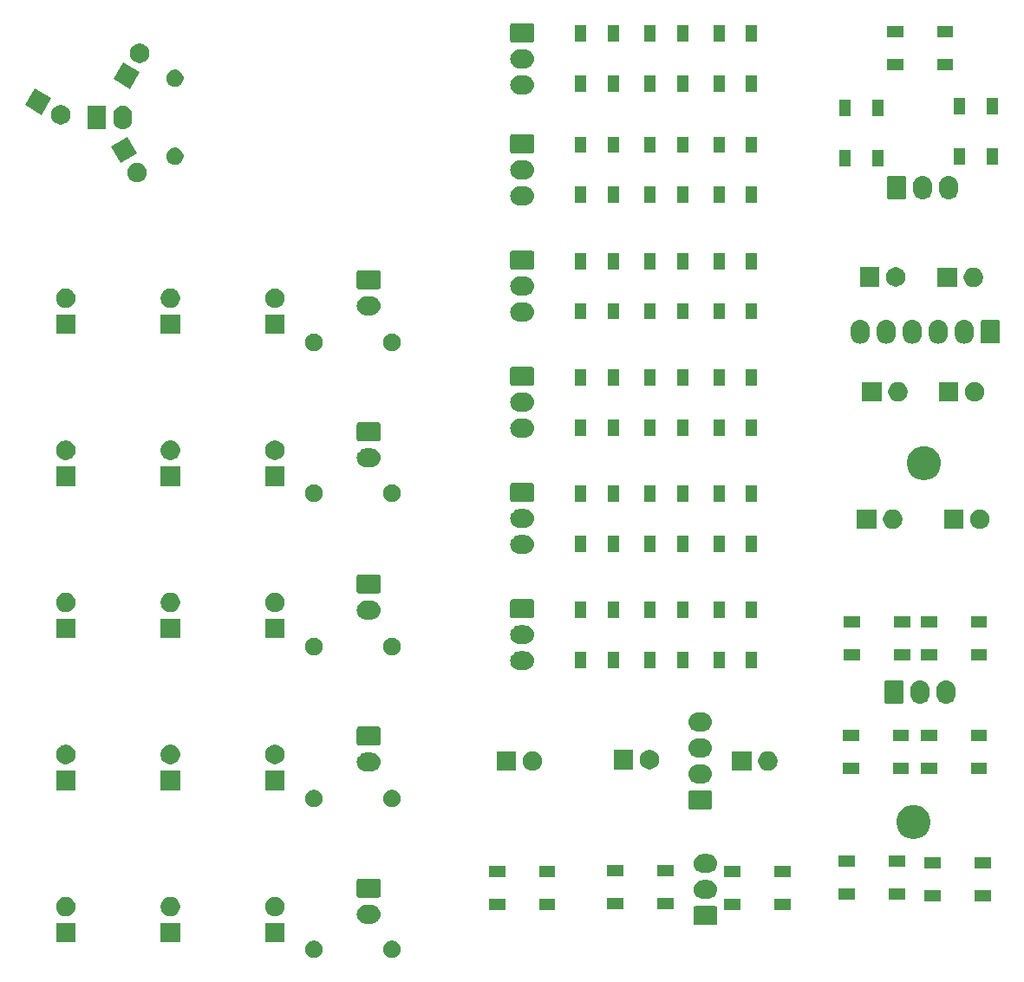
<source format=gbr>
G04 #@! TF.GenerationSoftware,KiCad,Pcbnew,(5.1.5-0-10_14)*
G04 #@! TF.CreationDate,2021-04-18T14:00:12+10:00*
G04 #@! TF.ProjectId,OH - Misc Lights,4f48202d-204d-4697-9363-204c69676874,rev?*
G04 #@! TF.SameCoordinates,Original*
G04 #@! TF.FileFunction,Soldermask,Top*
G04 #@! TF.FilePolarity,Negative*
%FSLAX46Y46*%
G04 Gerber Fmt 4.6, Leading zero omitted, Abs format (unit mm)*
G04 Created by KiCad (PCBNEW (5.1.5-0-10_14)) date 2021-04-18 14:00:12*
%MOMM*%
%LPD*%
G04 APERTURE LIST*
%ADD10C,0.100000*%
G04 APERTURE END LIST*
D10*
G36*
X183382228Y-124149703D02*
G01*
X183537100Y-124213853D01*
X183676481Y-124306985D01*
X183795015Y-124425519D01*
X183888147Y-124564900D01*
X183952297Y-124719772D01*
X183985000Y-124884184D01*
X183985000Y-125051816D01*
X183952297Y-125216228D01*
X183888147Y-125371100D01*
X183795015Y-125510481D01*
X183676481Y-125629015D01*
X183537100Y-125722147D01*
X183382228Y-125786297D01*
X183217816Y-125819000D01*
X183050184Y-125819000D01*
X182885772Y-125786297D01*
X182730900Y-125722147D01*
X182591519Y-125629015D01*
X182472985Y-125510481D01*
X182379853Y-125371100D01*
X182315703Y-125216228D01*
X182283000Y-125051816D01*
X182283000Y-124884184D01*
X182315703Y-124719772D01*
X182379853Y-124564900D01*
X182472985Y-124425519D01*
X182591519Y-124306985D01*
X182730900Y-124213853D01*
X182885772Y-124149703D01*
X183050184Y-124117000D01*
X183217816Y-124117000D01*
X183382228Y-124149703D01*
G37*
G36*
X175762228Y-124149703D02*
G01*
X175917100Y-124213853D01*
X176056481Y-124306985D01*
X176175015Y-124425519D01*
X176268147Y-124564900D01*
X176332297Y-124719772D01*
X176365000Y-124884184D01*
X176365000Y-125051816D01*
X176332297Y-125216228D01*
X176268147Y-125371100D01*
X176175015Y-125510481D01*
X176056481Y-125629015D01*
X175917100Y-125722147D01*
X175762228Y-125786297D01*
X175597816Y-125819000D01*
X175430184Y-125819000D01*
X175265772Y-125786297D01*
X175110900Y-125722147D01*
X174971519Y-125629015D01*
X174852985Y-125510481D01*
X174759853Y-125371100D01*
X174695703Y-125216228D01*
X174663000Y-125051816D01*
X174663000Y-124884184D01*
X174695703Y-124719772D01*
X174759853Y-124564900D01*
X174852985Y-124425519D01*
X174971519Y-124306985D01*
X175110900Y-124213853D01*
X175265772Y-124149703D01*
X175430184Y-124117000D01*
X175597816Y-124117000D01*
X175762228Y-124149703D01*
G37*
G36*
X152224000Y-124273000D02*
G01*
X150322000Y-124273000D01*
X150322000Y-122371000D01*
X152224000Y-122371000D01*
X152224000Y-124273000D01*
G37*
G36*
X162439000Y-124273000D02*
G01*
X160537000Y-124273000D01*
X160537000Y-122371000D01*
X162439000Y-122371000D01*
X162439000Y-124273000D01*
G37*
G36*
X172655000Y-124273000D02*
G01*
X170753000Y-124273000D01*
X170753000Y-122371000D01*
X172655000Y-122371000D01*
X172655000Y-124273000D01*
G37*
G36*
X214750561Y-120748966D02*
G01*
X214783383Y-120758923D01*
X214813632Y-120775092D01*
X214840148Y-120796852D01*
X214861908Y-120823368D01*
X214878077Y-120853617D01*
X214888034Y-120886439D01*
X214892000Y-120926713D01*
X214892000Y-122405287D01*
X214888034Y-122445561D01*
X214878077Y-122478383D01*
X214861908Y-122508632D01*
X214840148Y-122535148D01*
X214813632Y-122556908D01*
X214783383Y-122573077D01*
X214750561Y-122583034D01*
X214710287Y-122587000D01*
X212771713Y-122587000D01*
X212731439Y-122583034D01*
X212698617Y-122573077D01*
X212668368Y-122556908D01*
X212641852Y-122535148D01*
X212620092Y-122508632D01*
X212603923Y-122478383D01*
X212593966Y-122445561D01*
X212590000Y-122405287D01*
X212590000Y-120926713D01*
X212593966Y-120886439D01*
X212603923Y-120853617D01*
X212620092Y-120823368D01*
X212641852Y-120796852D01*
X212668368Y-120775092D01*
X212698617Y-120758923D01*
X212731439Y-120748966D01*
X212771713Y-120745000D01*
X214710287Y-120745000D01*
X214750561Y-120748966D01*
G37*
G36*
X181168345Y-120615442D02*
G01*
X181258548Y-120624326D01*
X181432157Y-120676990D01*
X181592156Y-120762511D01*
X181625166Y-120789602D01*
X181732397Y-120877603D01*
X181798395Y-120958023D01*
X181847489Y-121017844D01*
X181933010Y-121177843D01*
X181985674Y-121351452D01*
X182003456Y-121532000D01*
X181985674Y-121712548D01*
X181933010Y-121886157D01*
X181847489Y-122046156D01*
X181811729Y-122089729D01*
X181732397Y-122186397D01*
X181635729Y-122265729D01*
X181592156Y-122301489D01*
X181432157Y-122387010D01*
X181258548Y-122439674D01*
X181168345Y-122448558D01*
X181123245Y-122453000D01*
X180572755Y-122453000D01*
X180527655Y-122448558D01*
X180437452Y-122439674D01*
X180263843Y-122387010D01*
X180103844Y-122301489D01*
X180060271Y-122265729D01*
X179963603Y-122186397D01*
X179884271Y-122089729D01*
X179848511Y-122046156D01*
X179762990Y-121886157D01*
X179710326Y-121712548D01*
X179692544Y-121532000D01*
X179710326Y-121351452D01*
X179762990Y-121177843D01*
X179848511Y-121017844D01*
X179897605Y-120958023D01*
X179963603Y-120877603D01*
X180070834Y-120789602D01*
X180103844Y-120762511D01*
X180263843Y-120676990D01*
X180437452Y-120624326D01*
X180527655Y-120615442D01*
X180572755Y-120611000D01*
X181123245Y-120611000D01*
X181168345Y-120615442D01*
G37*
G36*
X171981395Y-119867546D02*
G01*
X172154466Y-119939234D01*
X172154467Y-119939235D01*
X172310227Y-120043310D01*
X172442690Y-120175773D01*
X172442691Y-120175775D01*
X172546766Y-120331534D01*
X172618454Y-120504605D01*
X172655000Y-120688333D01*
X172655000Y-120875667D01*
X172618454Y-121059395D01*
X172546766Y-121232466D01*
X172546765Y-121232467D01*
X172442690Y-121388227D01*
X172310227Y-121520690D01*
X172293300Y-121532000D01*
X172154466Y-121624766D01*
X171981395Y-121696454D01*
X171797667Y-121733000D01*
X171610333Y-121733000D01*
X171426605Y-121696454D01*
X171253534Y-121624766D01*
X171114700Y-121532000D01*
X171097773Y-121520690D01*
X170965310Y-121388227D01*
X170861235Y-121232467D01*
X170861234Y-121232466D01*
X170789546Y-121059395D01*
X170753000Y-120875667D01*
X170753000Y-120688333D01*
X170789546Y-120504605D01*
X170861234Y-120331534D01*
X170965309Y-120175775D01*
X170965310Y-120175773D01*
X171097773Y-120043310D01*
X171253533Y-119939235D01*
X171253534Y-119939234D01*
X171426605Y-119867546D01*
X171610333Y-119831000D01*
X171797667Y-119831000D01*
X171981395Y-119867546D01*
G37*
G36*
X161765395Y-119867546D02*
G01*
X161938466Y-119939234D01*
X161938467Y-119939235D01*
X162094227Y-120043310D01*
X162226690Y-120175773D01*
X162226691Y-120175775D01*
X162330766Y-120331534D01*
X162402454Y-120504605D01*
X162439000Y-120688333D01*
X162439000Y-120875667D01*
X162402454Y-121059395D01*
X162330766Y-121232466D01*
X162330765Y-121232467D01*
X162226690Y-121388227D01*
X162094227Y-121520690D01*
X162077300Y-121532000D01*
X161938466Y-121624766D01*
X161765395Y-121696454D01*
X161581667Y-121733000D01*
X161394333Y-121733000D01*
X161210605Y-121696454D01*
X161037534Y-121624766D01*
X160898700Y-121532000D01*
X160881773Y-121520690D01*
X160749310Y-121388227D01*
X160645235Y-121232467D01*
X160645234Y-121232466D01*
X160573546Y-121059395D01*
X160537000Y-120875667D01*
X160537000Y-120688333D01*
X160573546Y-120504605D01*
X160645234Y-120331534D01*
X160749309Y-120175775D01*
X160749310Y-120175773D01*
X160881773Y-120043310D01*
X161037533Y-119939235D01*
X161037534Y-119939234D01*
X161210605Y-119867546D01*
X161394333Y-119831000D01*
X161581667Y-119831000D01*
X161765395Y-119867546D01*
G37*
G36*
X151550395Y-119867546D02*
G01*
X151723466Y-119939234D01*
X151723467Y-119939235D01*
X151879227Y-120043310D01*
X152011690Y-120175773D01*
X152011691Y-120175775D01*
X152115766Y-120331534D01*
X152187454Y-120504605D01*
X152224000Y-120688333D01*
X152224000Y-120875667D01*
X152187454Y-121059395D01*
X152115766Y-121232466D01*
X152115765Y-121232467D01*
X152011690Y-121388227D01*
X151879227Y-121520690D01*
X151862300Y-121532000D01*
X151723466Y-121624766D01*
X151550395Y-121696454D01*
X151366667Y-121733000D01*
X151179333Y-121733000D01*
X150995605Y-121696454D01*
X150822534Y-121624766D01*
X150683700Y-121532000D01*
X150666773Y-121520690D01*
X150534310Y-121388227D01*
X150430235Y-121232467D01*
X150430234Y-121232466D01*
X150358546Y-121059395D01*
X150322000Y-120875667D01*
X150322000Y-120688333D01*
X150358546Y-120504605D01*
X150430234Y-120331534D01*
X150534309Y-120175775D01*
X150534310Y-120175773D01*
X150666773Y-120043310D01*
X150822533Y-119939235D01*
X150822534Y-119939234D01*
X150995605Y-119867546D01*
X151179333Y-119831000D01*
X151366667Y-119831000D01*
X151550395Y-119867546D01*
G37*
G36*
X222072000Y-121150000D02*
G01*
X220470000Y-121150000D01*
X220470000Y-120048000D01*
X222072000Y-120048000D01*
X222072000Y-121150000D01*
G37*
G36*
X217172000Y-121150000D02*
G01*
X215570000Y-121150000D01*
X215570000Y-120048000D01*
X217172000Y-120048000D01*
X217172000Y-121150000D01*
G37*
G36*
X194185000Y-121150000D02*
G01*
X192583000Y-121150000D01*
X192583000Y-120048000D01*
X194185000Y-120048000D01*
X194185000Y-121150000D01*
G37*
G36*
X199085000Y-121150000D02*
G01*
X197483000Y-121150000D01*
X197483000Y-120048000D01*
X199085000Y-120048000D01*
X199085000Y-121150000D01*
G37*
G36*
X205742000Y-121023000D02*
G01*
X204140000Y-121023000D01*
X204140000Y-119921000D01*
X205742000Y-119921000D01*
X205742000Y-121023000D01*
G37*
G36*
X210642000Y-121023000D02*
G01*
X209040000Y-121023000D01*
X209040000Y-119921000D01*
X210642000Y-119921000D01*
X210642000Y-121023000D01*
G37*
G36*
X241630000Y-120261000D02*
G01*
X240028000Y-120261000D01*
X240028000Y-119159000D01*
X241630000Y-119159000D01*
X241630000Y-120261000D01*
G37*
G36*
X236730000Y-120261000D02*
G01*
X235128000Y-120261000D01*
X235128000Y-119159000D01*
X236730000Y-119159000D01*
X236730000Y-120261000D01*
G37*
G36*
X228348000Y-120134000D02*
G01*
X226746000Y-120134000D01*
X226746000Y-119032000D01*
X228348000Y-119032000D01*
X228348000Y-120134000D01*
G37*
G36*
X233248000Y-120134000D02*
G01*
X231646000Y-120134000D01*
X231646000Y-119032000D01*
X233248000Y-119032000D01*
X233248000Y-120134000D01*
G37*
G36*
X214061345Y-118209442D02*
G01*
X214151548Y-118218326D01*
X214325157Y-118270990D01*
X214485156Y-118356511D01*
X214528729Y-118392271D01*
X214625397Y-118471603D01*
X214704729Y-118568271D01*
X214740489Y-118611844D01*
X214826010Y-118771843D01*
X214878674Y-118945452D01*
X214896456Y-119126000D01*
X214878674Y-119306548D01*
X214826010Y-119480157D01*
X214740489Y-119640156D01*
X214704729Y-119683729D01*
X214625397Y-119780397D01*
X214528729Y-119859729D01*
X214485156Y-119895489D01*
X214325157Y-119981010D01*
X214151548Y-120033674D01*
X214061345Y-120042558D01*
X214016245Y-120047000D01*
X213465755Y-120047000D01*
X213420655Y-120042558D01*
X213330452Y-120033674D01*
X213156843Y-119981010D01*
X212996844Y-119895489D01*
X212953271Y-119859729D01*
X212856603Y-119780397D01*
X212777271Y-119683729D01*
X212741511Y-119640156D01*
X212655990Y-119480157D01*
X212603326Y-119306548D01*
X212585544Y-119126000D01*
X212603326Y-118945452D01*
X212655990Y-118771843D01*
X212741511Y-118611844D01*
X212777271Y-118568271D01*
X212856603Y-118471603D01*
X212953271Y-118392271D01*
X212996844Y-118356511D01*
X213156843Y-118270990D01*
X213330452Y-118218326D01*
X213420655Y-118209442D01*
X213465755Y-118205000D01*
X214016245Y-118205000D01*
X214061345Y-118209442D01*
G37*
G36*
X181857561Y-118074966D02*
G01*
X181890383Y-118084923D01*
X181920632Y-118101092D01*
X181947148Y-118122852D01*
X181968908Y-118149368D01*
X181985077Y-118179617D01*
X181995034Y-118212439D01*
X181999000Y-118252713D01*
X181999000Y-119731287D01*
X181995034Y-119771561D01*
X181985077Y-119804383D01*
X181968908Y-119834632D01*
X181947148Y-119861148D01*
X181920632Y-119882908D01*
X181890383Y-119899077D01*
X181857561Y-119909034D01*
X181817287Y-119913000D01*
X179878713Y-119913000D01*
X179838439Y-119909034D01*
X179805617Y-119899077D01*
X179775368Y-119882908D01*
X179748852Y-119861148D01*
X179727092Y-119834632D01*
X179710923Y-119804383D01*
X179700966Y-119771561D01*
X179697000Y-119731287D01*
X179697000Y-118252713D01*
X179700966Y-118212439D01*
X179710923Y-118179617D01*
X179727092Y-118149368D01*
X179748852Y-118122852D01*
X179775368Y-118101092D01*
X179805617Y-118084923D01*
X179838439Y-118074966D01*
X179878713Y-118071000D01*
X181817287Y-118071000D01*
X181857561Y-118074966D01*
G37*
G36*
X222072000Y-117950000D02*
G01*
X220470000Y-117950000D01*
X220470000Y-116848000D01*
X222072000Y-116848000D01*
X222072000Y-117950000D01*
G37*
G36*
X217172000Y-117950000D02*
G01*
X215570000Y-117950000D01*
X215570000Y-116848000D01*
X217172000Y-116848000D01*
X217172000Y-117950000D01*
G37*
G36*
X194185000Y-117950000D02*
G01*
X192583000Y-117950000D01*
X192583000Y-116848000D01*
X194185000Y-116848000D01*
X194185000Y-117950000D01*
G37*
G36*
X199085000Y-117950000D02*
G01*
X197483000Y-117950000D01*
X197483000Y-116848000D01*
X199085000Y-116848000D01*
X199085000Y-117950000D01*
G37*
G36*
X205742000Y-117823000D02*
G01*
X204140000Y-117823000D01*
X204140000Y-116721000D01*
X205742000Y-116721000D01*
X205742000Y-117823000D01*
G37*
G36*
X210642000Y-117823000D02*
G01*
X209040000Y-117823000D01*
X209040000Y-116721000D01*
X210642000Y-116721000D01*
X210642000Y-117823000D01*
G37*
G36*
X214061345Y-115669442D02*
G01*
X214151548Y-115678326D01*
X214325157Y-115730990D01*
X214485156Y-115816511D01*
X214504029Y-115832000D01*
X214625397Y-115931603D01*
X214704729Y-116028271D01*
X214740489Y-116071844D01*
X214826010Y-116231843D01*
X214878674Y-116405452D01*
X214896456Y-116586000D01*
X214878674Y-116766548D01*
X214826010Y-116940157D01*
X214740489Y-117100156D01*
X214704729Y-117143729D01*
X214625397Y-117240397D01*
X214528729Y-117319729D01*
X214485156Y-117355489D01*
X214325157Y-117441010D01*
X214151548Y-117493674D01*
X214061345Y-117502558D01*
X214016245Y-117507000D01*
X213465755Y-117507000D01*
X213420655Y-117502558D01*
X213330452Y-117493674D01*
X213156843Y-117441010D01*
X212996844Y-117355489D01*
X212953271Y-117319729D01*
X212856603Y-117240397D01*
X212777271Y-117143729D01*
X212741511Y-117100156D01*
X212655990Y-116940157D01*
X212603326Y-116766548D01*
X212585544Y-116586000D01*
X212603326Y-116405452D01*
X212655990Y-116231843D01*
X212741511Y-116071844D01*
X212777271Y-116028271D01*
X212856603Y-115931603D01*
X212977971Y-115832000D01*
X212996844Y-115816511D01*
X213156843Y-115730990D01*
X213330452Y-115678326D01*
X213420655Y-115669442D01*
X213465755Y-115665000D01*
X214016245Y-115665000D01*
X214061345Y-115669442D01*
G37*
G36*
X241630000Y-117061000D02*
G01*
X240028000Y-117061000D01*
X240028000Y-115959000D01*
X241630000Y-115959000D01*
X241630000Y-117061000D01*
G37*
G36*
X236730000Y-117061000D02*
G01*
X235128000Y-117061000D01*
X235128000Y-115959000D01*
X236730000Y-115959000D01*
X236730000Y-117061000D01*
G37*
G36*
X233248000Y-116934000D02*
G01*
X231646000Y-116934000D01*
X231646000Y-115832000D01*
X233248000Y-115832000D01*
X233248000Y-116934000D01*
G37*
G36*
X228348000Y-116934000D02*
G01*
X226746000Y-116934000D01*
X226746000Y-115832000D01*
X228348000Y-115832000D01*
X228348000Y-116934000D01*
G37*
G36*
X234436256Y-110913298D02*
G01*
X234542579Y-110934447D01*
X234677053Y-110990148D01*
X234831923Y-111054297D01*
X234843042Y-111058903D01*
X235113451Y-111239585D01*
X235343415Y-111469549D01*
X235524097Y-111739958D01*
X235648553Y-112040421D01*
X235712000Y-112359391D01*
X235712000Y-112684609D01*
X235648553Y-113003579D01*
X235524097Y-113304042D01*
X235343415Y-113574451D01*
X235113451Y-113804415D01*
X234843042Y-113985097D01*
X234542579Y-114109553D01*
X234436256Y-114130702D01*
X234223611Y-114173000D01*
X233898389Y-114173000D01*
X233685744Y-114130702D01*
X233579421Y-114109553D01*
X233278958Y-113985097D01*
X233008549Y-113804415D01*
X232778585Y-113574451D01*
X232597903Y-113304042D01*
X232473447Y-113003579D01*
X232410000Y-112684609D01*
X232410000Y-112359391D01*
X232473447Y-112040421D01*
X232597903Y-111739958D01*
X232778585Y-111469549D01*
X233008549Y-111239585D01*
X233278958Y-111058903D01*
X233290078Y-111054297D01*
X233444947Y-110990148D01*
X233579421Y-110934447D01*
X233685744Y-110913298D01*
X233898389Y-110871000D01*
X234223611Y-110871000D01*
X234436256Y-110913298D01*
G37*
G36*
X214242561Y-109445966D02*
G01*
X214275383Y-109455923D01*
X214305632Y-109472092D01*
X214332148Y-109493852D01*
X214353908Y-109520368D01*
X214370077Y-109550617D01*
X214380034Y-109583439D01*
X214384000Y-109623713D01*
X214384000Y-111102287D01*
X214380034Y-111142561D01*
X214370077Y-111175383D01*
X214353908Y-111205632D01*
X214332148Y-111232148D01*
X214305632Y-111253908D01*
X214275383Y-111270077D01*
X214242561Y-111280034D01*
X214202287Y-111284000D01*
X212263713Y-111284000D01*
X212223439Y-111280034D01*
X212190617Y-111270077D01*
X212160368Y-111253908D01*
X212133852Y-111232148D01*
X212112092Y-111205632D01*
X212095923Y-111175383D01*
X212085966Y-111142561D01*
X212082000Y-111102287D01*
X212082000Y-109623713D01*
X212085966Y-109583439D01*
X212095923Y-109550617D01*
X212112092Y-109520368D01*
X212133852Y-109493852D01*
X212160368Y-109472092D01*
X212190617Y-109455923D01*
X212223439Y-109445966D01*
X212263713Y-109442000D01*
X214202287Y-109442000D01*
X214242561Y-109445966D01*
G37*
G36*
X183382228Y-109417703D02*
G01*
X183537100Y-109481853D01*
X183676481Y-109574985D01*
X183795015Y-109693519D01*
X183888147Y-109832900D01*
X183952297Y-109987772D01*
X183985000Y-110152184D01*
X183985000Y-110319816D01*
X183952297Y-110484228D01*
X183888147Y-110639100D01*
X183795015Y-110778481D01*
X183676481Y-110897015D01*
X183537100Y-110990147D01*
X183382228Y-111054297D01*
X183217816Y-111087000D01*
X183050184Y-111087000D01*
X182885772Y-111054297D01*
X182730900Y-110990147D01*
X182591519Y-110897015D01*
X182472985Y-110778481D01*
X182379853Y-110639100D01*
X182315703Y-110484228D01*
X182283000Y-110319816D01*
X182283000Y-110152184D01*
X182315703Y-109987772D01*
X182379853Y-109832900D01*
X182472985Y-109693519D01*
X182591519Y-109574985D01*
X182730900Y-109481853D01*
X182885772Y-109417703D01*
X183050184Y-109385000D01*
X183217816Y-109385000D01*
X183382228Y-109417703D01*
G37*
G36*
X175762228Y-109417703D02*
G01*
X175917100Y-109481853D01*
X176056481Y-109574985D01*
X176175015Y-109693519D01*
X176268147Y-109832900D01*
X176332297Y-109987772D01*
X176365000Y-110152184D01*
X176365000Y-110319816D01*
X176332297Y-110484228D01*
X176268147Y-110639100D01*
X176175015Y-110778481D01*
X176056481Y-110897015D01*
X175917100Y-110990147D01*
X175762228Y-111054297D01*
X175597816Y-111087000D01*
X175430184Y-111087000D01*
X175265772Y-111054297D01*
X175110900Y-110990147D01*
X174971519Y-110897015D01*
X174852985Y-110778481D01*
X174759853Y-110639100D01*
X174695703Y-110484228D01*
X174663000Y-110319816D01*
X174663000Y-110152184D01*
X174695703Y-109987772D01*
X174759853Y-109832900D01*
X174852985Y-109693519D01*
X174971519Y-109574985D01*
X175110900Y-109481853D01*
X175265772Y-109417703D01*
X175430184Y-109385000D01*
X175597816Y-109385000D01*
X175762228Y-109417703D01*
G37*
G36*
X152224000Y-109414000D02*
G01*
X150322000Y-109414000D01*
X150322000Y-107512000D01*
X152224000Y-107512000D01*
X152224000Y-109414000D01*
G37*
G36*
X162439000Y-109414000D02*
G01*
X160537000Y-109414000D01*
X160537000Y-107512000D01*
X162439000Y-107512000D01*
X162439000Y-109414000D01*
G37*
G36*
X172655000Y-109414000D02*
G01*
X170753000Y-109414000D01*
X170753000Y-107512000D01*
X172655000Y-107512000D01*
X172655000Y-109414000D01*
G37*
G36*
X213553345Y-106906442D02*
G01*
X213643548Y-106915326D01*
X213817157Y-106967990D01*
X213977156Y-107053511D01*
X214020729Y-107089271D01*
X214117397Y-107168603D01*
X214196729Y-107265271D01*
X214232489Y-107308844D01*
X214318010Y-107468843D01*
X214370674Y-107642452D01*
X214388456Y-107823000D01*
X214370674Y-108003548D01*
X214318010Y-108177157D01*
X214232489Y-108337156D01*
X214196729Y-108380729D01*
X214117397Y-108477397D01*
X214020729Y-108556729D01*
X213977156Y-108592489D01*
X213817157Y-108678010D01*
X213643548Y-108730674D01*
X213553345Y-108739558D01*
X213508245Y-108744000D01*
X212957755Y-108744000D01*
X212912655Y-108739558D01*
X212822452Y-108730674D01*
X212648843Y-108678010D01*
X212488844Y-108592489D01*
X212445271Y-108556729D01*
X212348603Y-108477397D01*
X212269271Y-108380729D01*
X212233511Y-108337156D01*
X212147990Y-108177157D01*
X212095326Y-108003548D01*
X212077544Y-107823000D01*
X212095326Y-107642452D01*
X212147990Y-107468843D01*
X212233511Y-107308844D01*
X212269271Y-107265271D01*
X212348603Y-107168603D01*
X212445271Y-107089271D01*
X212488844Y-107053511D01*
X212648843Y-106967990D01*
X212822452Y-106915326D01*
X212912655Y-106906442D01*
X212957755Y-106902000D01*
X213508245Y-106902000D01*
X213553345Y-106906442D01*
G37*
G36*
X233629000Y-107815000D02*
G01*
X232027000Y-107815000D01*
X232027000Y-106713000D01*
X233629000Y-106713000D01*
X233629000Y-107815000D01*
G37*
G36*
X241249000Y-107815000D02*
G01*
X239647000Y-107815000D01*
X239647000Y-106713000D01*
X241249000Y-106713000D01*
X241249000Y-107815000D01*
G37*
G36*
X228729000Y-107815000D02*
G01*
X227127000Y-107815000D01*
X227127000Y-106713000D01*
X228729000Y-106713000D01*
X228729000Y-107815000D01*
G37*
G36*
X236349000Y-107815000D02*
G01*
X234747000Y-107815000D01*
X234747000Y-106713000D01*
X236349000Y-106713000D01*
X236349000Y-107815000D01*
G37*
G36*
X181168345Y-105756442D02*
G01*
X181258548Y-105765326D01*
X181432157Y-105817990D01*
X181592156Y-105903511D01*
X181633445Y-105937396D01*
X181732397Y-106018603D01*
X181801276Y-106102534D01*
X181847489Y-106158844D01*
X181933010Y-106318843D01*
X181985674Y-106492452D01*
X182003456Y-106673000D01*
X181985674Y-106853548D01*
X181933010Y-107027157D01*
X181847489Y-107187156D01*
X181811729Y-107230729D01*
X181732397Y-107327397D01*
X181649089Y-107395765D01*
X181592156Y-107442489D01*
X181432157Y-107528010D01*
X181258548Y-107580674D01*
X181168345Y-107589558D01*
X181123245Y-107594000D01*
X180572755Y-107594000D01*
X180527655Y-107589558D01*
X180437452Y-107580674D01*
X180263843Y-107528010D01*
X180103844Y-107442489D01*
X180046911Y-107395765D01*
X179963603Y-107327397D01*
X179884271Y-107230729D01*
X179848511Y-107187156D01*
X179762990Y-107027157D01*
X179710326Y-106853548D01*
X179692544Y-106673000D01*
X179710326Y-106492452D01*
X179762990Y-106318843D01*
X179848511Y-106158844D01*
X179894724Y-106102534D01*
X179963603Y-106018603D01*
X180062555Y-105937396D01*
X180103844Y-105903511D01*
X180263843Y-105817990D01*
X180437452Y-105765326D01*
X180527655Y-105756442D01*
X180572755Y-105752000D01*
X181123245Y-105752000D01*
X181168345Y-105756442D01*
G37*
G36*
X220114395Y-105638546D02*
G01*
X220287466Y-105710234D01*
X220287467Y-105710235D01*
X220443227Y-105814310D01*
X220575690Y-105946773D01*
X220575691Y-105946775D01*
X220679766Y-106102534D01*
X220751454Y-106275605D01*
X220788000Y-106459333D01*
X220788000Y-106646667D01*
X220751454Y-106830395D01*
X220679766Y-107003466D01*
X220679765Y-107003467D01*
X220575690Y-107159227D01*
X220443227Y-107291690D01*
X220389789Y-107327396D01*
X220287466Y-107395766D01*
X220114395Y-107467454D01*
X219930667Y-107504000D01*
X219743333Y-107504000D01*
X219559605Y-107467454D01*
X219386534Y-107395766D01*
X219284211Y-107327396D01*
X219230773Y-107291690D01*
X219098310Y-107159227D01*
X218994235Y-107003467D01*
X218994234Y-107003466D01*
X218922546Y-106830395D01*
X218886000Y-106646667D01*
X218886000Y-106459333D01*
X218922546Y-106275605D01*
X218994234Y-106102534D01*
X219098309Y-105946775D01*
X219098310Y-105946773D01*
X219230773Y-105814310D01*
X219386533Y-105710235D01*
X219386534Y-105710234D01*
X219559605Y-105638546D01*
X219743333Y-105602000D01*
X219930667Y-105602000D01*
X220114395Y-105638546D01*
G37*
G36*
X218248000Y-107504000D02*
G01*
X216346000Y-107504000D01*
X216346000Y-105602000D01*
X218248000Y-105602000D01*
X218248000Y-107504000D01*
G37*
G36*
X197127395Y-105638546D02*
G01*
X197300466Y-105710234D01*
X197300467Y-105710235D01*
X197456227Y-105814310D01*
X197588690Y-105946773D01*
X197588691Y-105946775D01*
X197692766Y-106102534D01*
X197764454Y-106275605D01*
X197801000Y-106459333D01*
X197801000Y-106646667D01*
X197764454Y-106830395D01*
X197692766Y-107003466D01*
X197692765Y-107003467D01*
X197588690Y-107159227D01*
X197456227Y-107291690D01*
X197402789Y-107327396D01*
X197300466Y-107395766D01*
X197127395Y-107467454D01*
X196943667Y-107504000D01*
X196756333Y-107504000D01*
X196572605Y-107467454D01*
X196399534Y-107395766D01*
X196297211Y-107327396D01*
X196243773Y-107291690D01*
X196111310Y-107159227D01*
X196007235Y-107003467D01*
X196007234Y-107003466D01*
X195935546Y-106830395D01*
X195899000Y-106646667D01*
X195899000Y-106459333D01*
X195935546Y-106275605D01*
X196007234Y-106102534D01*
X196111309Y-105946775D01*
X196111310Y-105946773D01*
X196243773Y-105814310D01*
X196399533Y-105710235D01*
X196399534Y-105710234D01*
X196572605Y-105638546D01*
X196756333Y-105602000D01*
X196943667Y-105602000D01*
X197127395Y-105638546D01*
G37*
G36*
X195261000Y-107504000D02*
G01*
X193359000Y-107504000D01*
X193359000Y-105602000D01*
X195261000Y-105602000D01*
X195261000Y-107504000D01*
G37*
G36*
X206691000Y-107377000D02*
G01*
X204789000Y-107377000D01*
X204789000Y-105475000D01*
X206691000Y-105475000D01*
X206691000Y-107377000D01*
G37*
G36*
X208557395Y-105511546D02*
G01*
X208730466Y-105583234D01*
X208730467Y-105583235D01*
X208886227Y-105687310D01*
X209018690Y-105819773D01*
X209025079Y-105829335D01*
X209122766Y-105975534D01*
X209194454Y-106148605D01*
X209231000Y-106332333D01*
X209231000Y-106519667D01*
X209194454Y-106703395D01*
X209122766Y-106876466D01*
X209071081Y-106953818D01*
X209018690Y-107032227D01*
X208886227Y-107164690D01*
X208852604Y-107187156D01*
X208730466Y-107268766D01*
X208557395Y-107340454D01*
X208373667Y-107377000D01*
X208186333Y-107377000D01*
X208002605Y-107340454D01*
X207829534Y-107268766D01*
X207707396Y-107187156D01*
X207673773Y-107164690D01*
X207541310Y-107032227D01*
X207488919Y-106953818D01*
X207437234Y-106876466D01*
X207365546Y-106703395D01*
X207329000Y-106519667D01*
X207329000Y-106332333D01*
X207365546Y-106148605D01*
X207437234Y-105975534D01*
X207534921Y-105829335D01*
X207541310Y-105819773D01*
X207673773Y-105687310D01*
X207829533Y-105583235D01*
X207829534Y-105583234D01*
X208002605Y-105511546D01*
X208186333Y-105475000D01*
X208373667Y-105475000D01*
X208557395Y-105511546D01*
G37*
G36*
X151550395Y-105008546D02*
G01*
X151723466Y-105080234D01*
X151800818Y-105131919D01*
X151879227Y-105184310D01*
X152011690Y-105316773D01*
X152011691Y-105316775D01*
X152115766Y-105472534D01*
X152187454Y-105645605D01*
X152224000Y-105829333D01*
X152224000Y-106016667D01*
X152187454Y-106200395D01*
X152115766Y-106373466D01*
X152115765Y-106373467D01*
X152011690Y-106529227D01*
X151879227Y-106661690D01*
X151862300Y-106673000D01*
X151723466Y-106765766D01*
X151550395Y-106837454D01*
X151366667Y-106874000D01*
X151179333Y-106874000D01*
X150995605Y-106837454D01*
X150822534Y-106765766D01*
X150683700Y-106673000D01*
X150666773Y-106661690D01*
X150534310Y-106529227D01*
X150430235Y-106373467D01*
X150430234Y-106373466D01*
X150358546Y-106200395D01*
X150322000Y-106016667D01*
X150322000Y-105829333D01*
X150358546Y-105645605D01*
X150430234Y-105472534D01*
X150534309Y-105316775D01*
X150534310Y-105316773D01*
X150666773Y-105184310D01*
X150745182Y-105131919D01*
X150822534Y-105080234D01*
X150995605Y-105008546D01*
X151179333Y-104972000D01*
X151366667Y-104972000D01*
X151550395Y-105008546D01*
G37*
G36*
X171981395Y-105008546D02*
G01*
X172154466Y-105080234D01*
X172231818Y-105131919D01*
X172310227Y-105184310D01*
X172442690Y-105316773D01*
X172442691Y-105316775D01*
X172546766Y-105472534D01*
X172618454Y-105645605D01*
X172655000Y-105829333D01*
X172655000Y-106016667D01*
X172618454Y-106200395D01*
X172546766Y-106373466D01*
X172546765Y-106373467D01*
X172442690Y-106529227D01*
X172310227Y-106661690D01*
X172293300Y-106673000D01*
X172154466Y-106765766D01*
X171981395Y-106837454D01*
X171797667Y-106874000D01*
X171610333Y-106874000D01*
X171426605Y-106837454D01*
X171253534Y-106765766D01*
X171114700Y-106673000D01*
X171097773Y-106661690D01*
X170965310Y-106529227D01*
X170861235Y-106373467D01*
X170861234Y-106373466D01*
X170789546Y-106200395D01*
X170753000Y-106016667D01*
X170753000Y-105829333D01*
X170789546Y-105645605D01*
X170861234Y-105472534D01*
X170965309Y-105316775D01*
X170965310Y-105316773D01*
X171097773Y-105184310D01*
X171176182Y-105131919D01*
X171253534Y-105080234D01*
X171426605Y-105008546D01*
X171610333Y-104972000D01*
X171797667Y-104972000D01*
X171981395Y-105008546D01*
G37*
G36*
X161765395Y-105008546D02*
G01*
X161938466Y-105080234D01*
X162015818Y-105131919D01*
X162094227Y-105184310D01*
X162226690Y-105316773D01*
X162226691Y-105316775D01*
X162330766Y-105472534D01*
X162402454Y-105645605D01*
X162439000Y-105829333D01*
X162439000Y-106016667D01*
X162402454Y-106200395D01*
X162330766Y-106373466D01*
X162330765Y-106373467D01*
X162226690Y-106529227D01*
X162094227Y-106661690D01*
X162077300Y-106673000D01*
X161938466Y-106765766D01*
X161765395Y-106837454D01*
X161581667Y-106874000D01*
X161394333Y-106874000D01*
X161210605Y-106837454D01*
X161037534Y-106765766D01*
X160898700Y-106673000D01*
X160881773Y-106661690D01*
X160749310Y-106529227D01*
X160645235Y-106373467D01*
X160645234Y-106373466D01*
X160573546Y-106200395D01*
X160537000Y-106016667D01*
X160537000Y-105829333D01*
X160573546Y-105645605D01*
X160645234Y-105472534D01*
X160749309Y-105316775D01*
X160749310Y-105316773D01*
X160881773Y-105184310D01*
X160960182Y-105131919D01*
X161037534Y-105080234D01*
X161210605Y-105008546D01*
X161394333Y-104972000D01*
X161581667Y-104972000D01*
X161765395Y-105008546D01*
G37*
G36*
X213553345Y-104366442D02*
G01*
X213643548Y-104375326D01*
X213817157Y-104427990D01*
X213977156Y-104513511D01*
X214020729Y-104549271D01*
X214117397Y-104628603D01*
X214196729Y-104725271D01*
X214232489Y-104768844D01*
X214318010Y-104928843D01*
X214370674Y-105102452D01*
X214388456Y-105283000D01*
X214370674Y-105463548D01*
X214318010Y-105637157D01*
X214318009Y-105637159D01*
X214308229Y-105655456D01*
X214232489Y-105797156D01*
X214213926Y-105819775D01*
X214117397Y-105937397D01*
X214020807Y-106016665D01*
X213977156Y-106052489D01*
X213817157Y-106138010D01*
X213643548Y-106190674D01*
X213553345Y-106199558D01*
X213508245Y-106204000D01*
X212957755Y-106204000D01*
X212912655Y-106199558D01*
X212822452Y-106190674D01*
X212648843Y-106138010D01*
X212488844Y-106052489D01*
X212445193Y-106016665D01*
X212348603Y-105937397D01*
X212252074Y-105819775D01*
X212233511Y-105797156D01*
X212157771Y-105655456D01*
X212147991Y-105637159D01*
X212147990Y-105637157D01*
X212095326Y-105463548D01*
X212077544Y-105283000D01*
X212095326Y-105102452D01*
X212147990Y-104928843D01*
X212233511Y-104768844D01*
X212269271Y-104725271D01*
X212348603Y-104628603D01*
X212445271Y-104549271D01*
X212488844Y-104513511D01*
X212648843Y-104427990D01*
X212822452Y-104375326D01*
X212912655Y-104366442D01*
X212957755Y-104362000D01*
X213508245Y-104362000D01*
X213553345Y-104366442D01*
G37*
G36*
X181857561Y-103215966D02*
G01*
X181890383Y-103225923D01*
X181920632Y-103242092D01*
X181947148Y-103263852D01*
X181968908Y-103290368D01*
X181985077Y-103320617D01*
X181995034Y-103353439D01*
X181999000Y-103393713D01*
X181999000Y-104872287D01*
X181995034Y-104912561D01*
X181985077Y-104945383D01*
X181968908Y-104975632D01*
X181947148Y-105002148D01*
X181920632Y-105023908D01*
X181890383Y-105040077D01*
X181857561Y-105050034D01*
X181817287Y-105054000D01*
X179878713Y-105054000D01*
X179838439Y-105050034D01*
X179805617Y-105040077D01*
X179775368Y-105023908D01*
X179748852Y-105002148D01*
X179727092Y-104975632D01*
X179710923Y-104945383D01*
X179700966Y-104912561D01*
X179697000Y-104872287D01*
X179697000Y-103393713D01*
X179700966Y-103353439D01*
X179710923Y-103320617D01*
X179727092Y-103290368D01*
X179748852Y-103263852D01*
X179775368Y-103242092D01*
X179805617Y-103225923D01*
X179838439Y-103215966D01*
X179878713Y-103212000D01*
X181817287Y-103212000D01*
X181857561Y-103215966D01*
G37*
G36*
X233629000Y-104615000D02*
G01*
X232027000Y-104615000D01*
X232027000Y-103513000D01*
X233629000Y-103513000D01*
X233629000Y-104615000D01*
G37*
G36*
X228729000Y-104615000D02*
G01*
X227127000Y-104615000D01*
X227127000Y-103513000D01*
X228729000Y-103513000D01*
X228729000Y-104615000D01*
G37*
G36*
X236349000Y-104615000D02*
G01*
X234747000Y-104615000D01*
X234747000Y-103513000D01*
X236349000Y-103513000D01*
X236349000Y-104615000D01*
G37*
G36*
X241249000Y-104615000D02*
G01*
X239647000Y-104615000D01*
X239647000Y-103513000D01*
X241249000Y-103513000D01*
X241249000Y-104615000D01*
G37*
G36*
X213553345Y-101826442D02*
G01*
X213643548Y-101835326D01*
X213817157Y-101887990D01*
X213977156Y-101973511D01*
X214020729Y-102009271D01*
X214117397Y-102088603D01*
X214196729Y-102185271D01*
X214232489Y-102228844D01*
X214318010Y-102388843D01*
X214370674Y-102562452D01*
X214388456Y-102743000D01*
X214370674Y-102923548D01*
X214318010Y-103097157D01*
X214232489Y-103257156D01*
X214205932Y-103289515D01*
X214117397Y-103397397D01*
X214020821Y-103476654D01*
X213977156Y-103512489D01*
X213817157Y-103598010D01*
X213643548Y-103650674D01*
X213553345Y-103659558D01*
X213508245Y-103664000D01*
X212957755Y-103664000D01*
X212912655Y-103659558D01*
X212822452Y-103650674D01*
X212648843Y-103598010D01*
X212488844Y-103512489D01*
X212445179Y-103476654D01*
X212348603Y-103397397D01*
X212260068Y-103289515D01*
X212233511Y-103257156D01*
X212147990Y-103097157D01*
X212095326Y-102923548D01*
X212077544Y-102743000D01*
X212095326Y-102562452D01*
X212147990Y-102388843D01*
X212233511Y-102228844D01*
X212269271Y-102185271D01*
X212348603Y-102088603D01*
X212445271Y-102009271D01*
X212488844Y-101973511D01*
X212648843Y-101887990D01*
X212822452Y-101835326D01*
X212912655Y-101826442D01*
X212957755Y-101822000D01*
X213508245Y-101822000D01*
X213553345Y-101826442D01*
G37*
G36*
X237416547Y-98684326D02*
G01*
X237590156Y-98736990D01*
X237590158Y-98736991D01*
X237750155Y-98822511D01*
X237890397Y-98937603D01*
X237969729Y-99034271D01*
X238005489Y-99077844D01*
X238091010Y-99237843D01*
X238143674Y-99411452D01*
X238157000Y-99546756D01*
X238157000Y-100097243D01*
X238143674Y-100232548D01*
X238091010Y-100406157D01*
X238005489Y-100566156D01*
X237969729Y-100609729D01*
X237890397Y-100706397D01*
X237793729Y-100785729D01*
X237750156Y-100821489D01*
X237590157Y-100907010D01*
X237416548Y-100959674D01*
X237236000Y-100977456D01*
X237055453Y-100959674D01*
X236881844Y-100907010D01*
X236721845Y-100821489D01*
X236678272Y-100785729D01*
X236581604Y-100706397D01*
X236466513Y-100566157D01*
X236466512Y-100566155D01*
X236380990Y-100406157D01*
X236328326Y-100232548D01*
X236315000Y-100097244D01*
X236315000Y-99546757D01*
X236328326Y-99411453D01*
X236380990Y-99237844D01*
X236466511Y-99077845D01*
X236466512Y-99077844D01*
X236581603Y-98937603D01*
X236707388Y-98834375D01*
X236721844Y-98822511D01*
X236881843Y-98736990D01*
X237055452Y-98684326D01*
X237236000Y-98666544D01*
X237416547Y-98684326D01*
G37*
G36*
X234876547Y-98684326D02*
G01*
X235050156Y-98736990D01*
X235050158Y-98736991D01*
X235210155Y-98822511D01*
X235350397Y-98937603D01*
X235429729Y-99034271D01*
X235465489Y-99077844D01*
X235551010Y-99237843D01*
X235603674Y-99411452D01*
X235617000Y-99546756D01*
X235617000Y-100097243D01*
X235603674Y-100232548D01*
X235551010Y-100406157D01*
X235465489Y-100566156D01*
X235429729Y-100609729D01*
X235350397Y-100706397D01*
X235253729Y-100785729D01*
X235210156Y-100821489D01*
X235050157Y-100907010D01*
X234876548Y-100959674D01*
X234696000Y-100977456D01*
X234515453Y-100959674D01*
X234341844Y-100907010D01*
X234181845Y-100821489D01*
X234138272Y-100785729D01*
X234041604Y-100706397D01*
X233926513Y-100566157D01*
X233926512Y-100566155D01*
X233840990Y-100406157D01*
X233788326Y-100232548D01*
X233775000Y-100097244D01*
X233775000Y-99546757D01*
X233788326Y-99411453D01*
X233840990Y-99237844D01*
X233926511Y-99077845D01*
X233926512Y-99077844D01*
X234041603Y-98937603D01*
X234167388Y-98834375D01*
X234181844Y-98822511D01*
X234341843Y-98736990D01*
X234515452Y-98684326D01*
X234696000Y-98666544D01*
X234876547Y-98684326D01*
G37*
G36*
X232935561Y-98674966D02*
G01*
X232968383Y-98684923D01*
X232998632Y-98701092D01*
X233025148Y-98722852D01*
X233046908Y-98749368D01*
X233063077Y-98779617D01*
X233073034Y-98812439D01*
X233077000Y-98852713D01*
X233077000Y-100791287D01*
X233073034Y-100831561D01*
X233063077Y-100864383D01*
X233046908Y-100894632D01*
X233025148Y-100921148D01*
X232998632Y-100942908D01*
X232968383Y-100959077D01*
X232935561Y-100969034D01*
X232895287Y-100973000D01*
X231416713Y-100973000D01*
X231376439Y-100969034D01*
X231343617Y-100959077D01*
X231313368Y-100942908D01*
X231286852Y-100921148D01*
X231265092Y-100894632D01*
X231248923Y-100864383D01*
X231238966Y-100831561D01*
X231235000Y-100791287D01*
X231235000Y-98852713D01*
X231238966Y-98812439D01*
X231248923Y-98779617D01*
X231265092Y-98749368D01*
X231286852Y-98722852D01*
X231313368Y-98701092D01*
X231343617Y-98684923D01*
X231376439Y-98674966D01*
X231416713Y-98671000D01*
X232895287Y-98671000D01*
X232935561Y-98674966D01*
G37*
G36*
X196154345Y-95857442D02*
G01*
X196244548Y-95866326D01*
X196418157Y-95918990D01*
X196578156Y-96004511D01*
X196618980Y-96038015D01*
X196718397Y-96119603D01*
X196797729Y-96216271D01*
X196833489Y-96259844D01*
X196919010Y-96419843D01*
X196971674Y-96593452D01*
X196989456Y-96774000D01*
X196971674Y-96954548D01*
X196919010Y-97128157D01*
X196833489Y-97288156D01*
X196797729Y-97331729D01*
X196718397Y-97428397D01*
X196621729Y-97507729D01*
X196578156Y-97543489D01*
X196418157Y-97629010D01*
X196244548Y-97681674D01*
X196154345Y-97690558D01*
X196109245Y-97695000D01*
X195558755Y-97695000D01*
X195513655Y-97690558D01*
X195423452Y-97681674D01*
X195249843Y-97629010D01*
X195089844Y-97543489D01*
X195046271Y-97507729D01*
X194949603Y-97428397D01*
X194870271Y-97331729D01*
X194834511Y-97288156D01*
X194748990Y-97128157D01*
X194696326Y-96954548D01*
X194678544Y-96774000D01*
X194696326Y-96593452D01*
X194748990Y-96419843D01*
X194834511Y-96259844D01*
X194870271Y-96216271D01*
X194949603Y-96119603D01*
X195049020Y-96038015D01*
X195089844Y-96004511D01*
X195249843Y-95918990D01*
X195423452Y-95866326D01*
X195513655Y-95857442D01*
X195558755Y-95853000D01*
X196109245Y-95853000D01*
X196154345Y-95857442D01*
G37*
G36*
X202124000Y-97485000D02*
G01*
X201022000Y-97485000D01*
X201022000Y-95883000D01*
X202124000Y-95883000D01*
X202124000Y-97485000D01*
G37*
G36*
X205324000Y-97485000D02*
G01*
X204222000Y-97485000D01*
X204222000Y-95883000D01*
X205324000Y-95883000D01*
X205324000Y-97485000D01*
G37*
G36*
X212069000Y-97485000D02*
G01*
X210967000Y-97485000D01*
X210967000Y-95883000D01*
X212069000Y-95883000D01*
X212069000Y-97485000D01*
G37*
G36*
X218813000Y-97485000D02*
G01*
X217711000Y-97485000D01*
X217711000Y-95883000D01*
X218813000Y-95883000D01*
X218813000Y-97485000D01*
G37*
G36*
X215613000Y-97485000D02*
G01*
X214511000Y-97485000D01*
X214511000Y-95883000D01*
X215613000Y-95883000D01*
X215613000Y-97485000D01*
G37*
G36*
X208869000Y-97485000D02*
G01*
X207767000Y-97485000D01*
X207767000Y-95883000D01*
X208869000Y-95883000D01*
X208869000Y-97485000D01*
G37*
G36*
X233756000Y-96766000D02*
G01*
X232154000Y-96766000D01*
X232154000Y-95664000D01*
X233756000Y-95664000D01*
X233756000Y-96766000D01*
G37*
G36*
X236349000Y-96766000D02*
G01*
X234747000Y-96766000D01*
X234747000Y-95664000D01*
X236349000Y-95664000D01*
X236349000Y-96766000D01*
G37*
G36*
X241249000Y-96766000D02*
G01*
X239647000Y-96766000D01*
X239647000Y-95664000D01*
X241249000Y-95664000D01*
X241249000Y-96766000D01*
G37*
G36*
X228856000Y-96766000D02*
G01*
X227254000Y-96766000D01*
X227254000Y-95664000D01*
X228856000Y-95664000D01*
X228856000Y-96766000D01*
G37*
G36*
X175762228Y-94558703D02*
G01*
X175917100Y-94622853D01*
X176056481Y-94715985D01*
X176175015Y-94834519D01*
X176268147Y-94973900D01*
X176332297Y-95128772D01*
X176365000Y-95293184D01*
X176365000Y-95460816D01*
X176332297Y-95625228D01*
X176268147Y-95780100D01*
X176175015Y-95919481D01*
X176056481Y-96038015D01*
X175917100Y-96131147D01*
X175762228Y-96195297D01*
X175597816Y-96228000D01*
X175430184Y-96228000D01*
X175265772Y-96195297D01*
X175110900Y-96131147D01*
X174971519Y-96038015D01*
X174852985Y-95919481D01*
X174759853Y-95780100D01*
X174695703Y-95625228D01*
X174663000Y-95460816D01*
X174663000Y-95293184D01*
X174695703Y-95128772D01*
X174759853Y-94973900D01*
X174852985Y-94834519D01*
X174971519Y-94715985D01*
X175110900Y-94622853D01*
X175265772Y-94558703D01*
X175430184Y-94526000D01*
X175597816Y-94526000D01*
X175762228Y-94558703D01*
G37*
G36*
X183382228Y-94558703D02*
G01*
X183537100Y-94622853D01*
X183676481Y-94715985D01*
X183795015Y-94834519D01*
X183888147Y-94973900D01*
X183952297Y-95128772D01*
X183985000Y-95293184D01*
X183985000Y-95460816D01*
X183952297Y-95625228D01*
X183888147Y-95780100D01*
X183795015Y-95919481D01*
X183676481Y-96038015D01*
X183537100Y-96131147D01*
X183382228Y-96195297D01*
X183217816Y-96228000D01*
X183050184Y-96228000D01*
X182885772Y-96195297D01*
X182730900Y-96131147D01*
X182591519Y-96038015D01*
X182472985Y-95919481D01*
X182379853Y-95780100D01*
X182315703Y-95625228D01*
X182283000Y-95460816D01*
X182283000Y-95293184D01*
X182315703Y-95128772D01*
X182379853Y-94973900D01*
X182472985Y-94834519D01*
X182591519Y-94715985D01*
X182730900Y-94622853D01*
X182885772Y-94558703D01*
X183050184Y-94526000D01*
X183217816Y-94526000D01*
X183382228Y-94558703D01*
G37*
G36*
X196154345Y-93317442D02*
G01*
X196244548Y-93326326D01*
X196418157Y-93378990D01*
X196578156Y-93464511D01*
X196621729Y-93500271D01*
X196718397Y-93579603D01*
X196797729Y-93676271D01*
X196833489Y-93719844D01*
X196919010Y-93879843D01*
X196971674Y-94053452D01*
X196989456Y-94234000D01*
X196971674Y-94414548D01*
X196919010Y-94588157D01*
X196833489Y-94748156D01*
X196797729Y-94791729D01*
X196718397Y-94888397D01*
X196621729Y-94967729D01*
X196578156Y-95003489D01*
X196418157Y-95089010D01*
X196244548Y-95141674D01*
X196154345Y-95150558D01*
X196109245Y-95155000D01*
X195558755Y-95155000D01*
X195513655Y-95150558D01*
X195423452Y-95141674D01*
X195249843Y-95089010D01*
X195089844Y-95003489D01*
X195046271Y-94967729D01*
X194949603Y-94888397D01*
X194870271Y-94791729D01*
X194834511Y-94748156D01*
X194748990Y-94588157D01*
X194696326Y-94414548D01*
X194678544Y-94234000D01*
X194696326Y-94053452D01*
X194748990Y-93879843D01*
X194834511Y-93719844D01*
X194870271Y-93676271D01*
X194949603Y-93579603D01*
X195046271Y-93500271D01*
X195089844Y-93464511D01*
X195249843Y-93378990D01*
X195423452Y-93326326D01*
X195513655Y-93317442D01*
X195558755Y-93313000D01*
X196109245Y-93313000D01*
X196154345Y-93317442D01*
G37*
G36*
X172655000Y-94555000D02*
G01*
X170753000Y-94555000D01*
X170753000Y-92653000D01*
X172655000Y-92653000D01*
X172655000Y-94555000D01*
G37*
G36*
X162439000Y-94555000D02*
G01*
X160537000Y-94555000D01*
X160537000Y-92653000D01*
X162439000Y-92653000D01*
X162439000Y-94555000D01*
G37*
G36*
X152224000Y-94555000D02*
G01*
X150322000Y-94555000D01*
X150322000Y-92653000D01*
X152224000Y-92653000D01*
X152224000Y-94555000D01*
G37*
G36*
X233756000Y-93566000D02*
G01*
X232154000Y-93566000D01*
X232154000Y-92464000D01*
X233756000Y-92464000D01*
X233756000Y-93566000D01*
G37*
G36*
X228856000Y-93566000D02*
G01*
X227254000Y-93566000D01*
X227254000Y-92464000D01*
X228856000Y-92464000D01*
X228856000Y-93566000D01*
G37*
G36*
X236349000Y-93566000D02*
G01*
X234747000Y-93566000D01*
X234747000Y-92464000D01*
X236349000Y-92464000D01*
X236349000Y-93566000D01*
G37*
G36*
X241249000Y-93566000D02*
G01*
X239647000Y-93566000D01*
X239647000Y-92464000D01*
X241249000Y-92464000D01*
X241249000Y-93566000D01*
G37*
G36*
X181168345Y-90897442D02*
G01*
X181258548Y-90906326D01*
X181432157Y-90958990D01*
X181592156Y-91044511D01*
X181635729Y-91080271D01*
X181732397Y-91159603D01*
X181811729Y-91256271D01*
X181847489Y-91299844D01*
X181933010Y-91459843D01*
X181985674Y-91633452D01*
X182003456Y-91814000D01*
X181985674Y-91994548D01*
X181933010Y-92168157D01*
X181847489Y-92328156D01*
X181829278Y-92350346D01*
X181732397Y-92468397D01*
X181649251Y-92536632D01*
X181592156Y-92583489D01*
X181432157Y-92669010D01*
X181258548Y-92721674D01*
X181168345Y-92730558D01*
X181123245Y-92735000D01*
X180572755Y-92735000D01*
X180527655Y-92730558D01*
X180437452Y-92721674D01*
X180263843Y-92669010D01*
X180103844Y-92583489D01*
X180046749Y-92536632D01*
X179963603Y-92468397D01*
X179866722Y-92350346D01*
X179848511Y-92328156D01*
X179762990Y-92168157D01*
X179710326Y-91994548D01*
X179692544Y-91814000D01*
X179710326Y-91633452D01*
X179762990Y-91459843D01*
X179848511Y-91299844D01*
X179884271Y-91256271D01*
X179963603Y-91159603D01*
X180060271Y-91080271D01*
X180103844Y-91044511D01*
X180263843Y-90958990D01*
X180437452Y-90906326D01*
X180527655Y-90897442D01*
X180572755Y-90893000D01*
X181123245Y-90893000D01*
X181168345Y-90897442D01*
G37*
G36*
X196843561Y-90776966D02*
G01*
X196876383Y-90786923D01*
X196906632Y-90803092D01*
X196933148Y-90824852D01*
X196954908Y-90851368D01*
X196971077Y-90881617D01*
X196981034Y-90914439D01*
X196985000Y-90954713D01*
X196985000Y-92433287D01*
X196981034Y-92473561D01*
X196971077Y-92506383D01*
X196954908Y-92536632D01*
X196933148Y-92563148D01*
X196906632Y-92584908D01*
X196876383Y-92601077D01*
X196843561Y-92611034D01*
X196803287Y-92615000D01*
X194864713Y-92615000D01*
X194824439Y-92611034D01*
X194791617Y-92601077D01*
X194761368Y-92584908D01*
X194734852Y-92563148D01*
X194713092Y-92536632D01*
X194696923Y-92506383D01*
X194686966Y-92473561D01*
X194683000Y-92433287D01*
X194683000Y-90954713D01*
X194686966Y-90914439D01*
X194696923Y-90881617D01*
X194713092Y-90851368D01*
X194734852Y-90824852D01*
X194761368Y-90803092D01*
X194791617Y-90786923D01*
X194824439Y-90776966D01*
X194864713Y-90773000D01*
X196803287Y-90773000D01*
X196843561Y-90776966D01*
G37*
G36*
X205324000Y-92585000D02*
G01*
X204222000Y-92585000D01*
X204222000Y-90983000D01*
X205324000Y-90983000D01*
X205324000Y-92585000D01*
G37*
G36*
X212069000Y-92585000D02*
G01*
X210967000Y-92585000D01*
X210967000Y-90983000D01*
X212069000Y-90983000D01*
X212069000Y-92585000D01*
G37*
G36*
X208869000Y-92585000D02*
G01*
X207767000Y-92585000D01*
X207767000Y-90983000D01*
X208869000Y-90983000D01*
X208869000Y-92585000D01*
G37*
G36*
X218813000Y-92585000D02*
G01*
X217711000Y-92585000D01*
X217711000Y-90983000D01*
X218813000Y-90983000D01*
X218813000Y-92585000D01*
G37*
G36*
X215613000Y-92585000D02*
G01*
X214511000Y-92585000D01*
X214511000Y-90983000D01*
X215613000Y-90983000D01*
X215613000Y-92585000D01*
G37*
G36*
X202124000Y-92585000D02*
G01*
X201022000Y-92585000D01*
X201022000Y-90983000D01*
X202124000Y-90983000D01*
X202124000Y-92585000D01*
G37*
G36*
X151550395Y-90149546D02*
G01*
X151723466Y-90221234D01*
X151723467Y-90221235D01*
X151879227Y-90325310D01*
X152011690Y-90457773D01*
X152011691Y-90457775D01*
X152115766Y-90613534D01*
X152187454Y-90786605D01*
X152224000Y-90970333D01*
X152224000Y-91157667D01*
X152187454Y-91341395D01*
X152115766Y-91514466D01*
X152115765Y-91514467D01*
X152011690Y-91670227D01*
X151879227Y-91802690D01*
X151862300Y-91814000D01*
X151723466Y-91906766D01*
X151550395Y-91978454D01*
X151366667Y-92015000D01*
X151179333Y-92015000D01*
X150995605Y-91978454D01*
X150822534Y-91906766D01*
X150683700Y-91814000D01*
X150666773Y-91802690D01*
X150534310Y-91670227D01*
X150430235Y-91514467D01*
X150430234Y-91514466D01*
X150358546Y-91341395D01*
X150322000Y-91157667D01*
X150322000Y-90970333D01*
X150358546Y-90786605D01*
X150430234Y-90613534D01*
X150534309Y-90457775D01*
X150534310Y-90457773D01*
X150666773Y-90325310D01*
X150822533Y-90221235D01*
X150822534Y-90221234D01*
X150995605Y-90149546D01*
X151179333Y-90113000D01*
X151366667Y-90113000D01*
X151550395Y-90149546D01*
G37*
G36*
X161765395Y-90149546D02*
G01*
X161938466Y-90221234D01*
X161938467Y-90221235D01*
X162094227Y-90325310D01*
X162226690Y-90457773D01*
X162226691Y-90457775D01*
X162330766Y-90613534D01*
X162402454Y-90786605D01*
X162439000Y-90970333D01*
X162439000Y-91157667D01*
X162402454Y-91341395D01*
X162330766Y-91514466D01*
X162330765Y-91514467D01*
X162226690Y-91670227D01*
X162094227Y-91802690D01*
X162077300Y-91814000D01*
X161938466Y-91906766D01*
X161765395Y-91978454D01*
X161581667Y-92015000D01*
X161394333Y-92015000D01*
X161210605Y-91978454D01*
X161037534Y-91906766D01*
X160898700Y-91814000D01*
X160881773Y-91802690D01*
X160749310Y-91670227D01*
X160645235Y-91514467D01*
X160645234Y-91514466D01*
X160573546Y-91341395D01*
X160537000Y-91157667D01*
X160537000Y-90970333D01*
X160573546Y-90786605D01*
X160645234Y-90613534D01*
X160749309Y-90457775D01*
X160749310Y-90457773D01*
X160881773Y-90325310D01*
X161037533Y-90221235D01*
X161037534Y-90221234D01*
X161210605Y-90149546D01*
X161394333Y-90113000D01*
X161581667Y-90113000D01*
X161765395Y-90149546D01*
G37*
G36*
X171981395Y-90149546D02*
G01*
X172154466Y-90221234D01*
X172154467Y-90221235D01*
X172310227Y-90325310D01*
X172442690Y-90457773D01*
X172442691Y-90457775D01*
X172546766Y-90613534D01*
X172618454Y-90786605D01*
X172655000Y-90970333D01*
X172655000Y-91157667D01*
X172618454Y-91341395D01*
X172546766Y-91514466D01*
X172546765Y-91514467D01*
X172442690Y-91670227D01*
X172310227Y-91802690D01*
X172293300Y-91814000D01*
X172154466Y-91906766D01*
X171981395Y-91978454D01*
X171797667Y-92015000D01*
X171610333Y-92015000D01*
X171426605Y-91978454D01*
X171253534Y-91906766D01*
X171114700Y-91814000D01*
X171097773Y-91802690D01*
X170965310Y-91670227D01*
X170861235Y-91514467D01*
X170861234Y-91514466D01*
X170789546Y-91341395D01*
X170753000Y-91157667D01*
X170753000Y-90970333D01*
X170789546Y-90786605D01*
X170861234Y-90613534D01*
X170965309Y-90457775D01*
X170965310Y-90457773D01*
X171097773Y-90325310D01*
X171253533Y-90221235D01*
X171253534Y-90221234D01*
X171426605Y-90149546D01*
X171610333Y-90113000D01*
X171797667Y-90113000D01*
X171981395Y-90149546D01*
G37*
G36*
X181857561Y-88356966D02*
G01*
X181890383Y-88366923D01*
X181920632Y-88383092D01*
X181947148Y-88404852D01*
X181968908Y-88431368D01*
X181985077Y-88461617D01*
X181995034Y-88494439D01*
X181999000Y-88534713D01*
X181999000Y-90013287D01*
X181995034Y-90053561D01*
X181985077Y-90086383D01*
X181968908Y-90116632D01*
X181947148Y-90143148D01*
X181920632Y-90164908D01*
X181890383Y-90181077D01*
X181857561Y-90191034D01*
X181817287Y-90195000D01*
X179878713Y-90195000D01*
X179838439Y-90191034D01*
X179805617Y-90181077D01*
X179775368Y-90164908D01*
X179748852Y-90143148D01*
X179727092Y-90116632D01*
X179710923Y-90086383D01*
X179700966Y-90053561D01*
X179697000Y-90013287D01*
X179697000Y-88534713D01*
X179700966Y-88494439D01*
X179710923Y-88461617D01*
X179727092Y-88431368D01*
X179748852Y-88404852D01*
X179775368Y-88383092D01*
X179805617Y-88366923D01*
X179838439Y-88356966D01*
X179878713Y-88353000D01*
X181817287Y-88353000D01*
X181857561Y-88356966D01*
G37*
G36*
X196154345Y-84503642D02*
G01*
X196244548Y-84512526D01*
X196418157Y-84565190D01*
X196578156Y-84650711D01*
X196621729Y-84686471D01*
X196718397Y-84765803D01*
X196797729Y-84862471D01*
X196833489Y-84906044D01*
X196919010Y-85066043D01*
X196971674Y-85239652D01*
X196989456Y-85420200D01*
X196971674Y-85600748D01*
X196919010Y-85774357D01*
X196833489Y-85934356D01*
X196797729Y-85977929D01*
X196718397Y-86074597D01*
X196621729Y-86153929D01*
X196578156Y-86189689D01*
X196418157Y-86275210D01*
X196244548Y-86327874D01*
X196154345Y-86336758D01*
X196109245Y-86341200D01*
X195558755Y-86341200D01*
X195513655Y-86336758D01*
X195423452Y-86327874D01*
X195249843Y-86275210D01*
X195089844Y-86189689D01*
X195046271Y-86153929D01*
X194949603Y-86074597D01*
X194870271Y-85977929D01*
X194834511Y-85934356D01*
X194748990Y-85774357D01*
X194696326Y-85600748D01*
X194678544Y-85420200D01*
X194696326Y-85239652D01*
X194748990Y-85066043D01*
X194834511Y-84906044D01*
X194870271Y-84862471D01*
X194949603Y-84765803D01*
X195046271Y-84686471D01*
X195089844Y-84650711D01*
X195249843Y-84565190D01*
X195423452Y-84512526D01*
X195513655Y-84503642D01*
X195558755Y-84499200D01*
X196109245Y-84499200D01*
X196154345Y-84503642D01*
G37*
G36*
X215613000Y-86131200D02*
G01*
X214511000Y-86131200D01*
X214511000Y-84529200D01*
X215613000Y-84529200D01*
X215613000Y-86131200D01*
G37*
G36*
X218813000Y-86131200D02*
G01*
X217711000Y-86131200D01*
X217711000Y-84529200D01*
X218813000Y-84529200D01*
X218813000Y-86131200D01*
G37*
G36*
X208869000Y-86131200D02*
G01*
X207767000Y-86131200D01*
X207767000Y-84529200D01*
X208869000Y-84529200D01*
X208869000Y-86131200D01*
G37*
G36*
X212069000Y-86131200D02*
G01*
X210967000Y-86131200D01*
X210967000Y-84529200D01*
X212069000Y-84529200D01*
X212069000Y-86131200D01*
G37*
G36*
X202124000Y-86131200D02*
G01*
X201022000Y-86131200D01*
X201022000Y-84529200D01*
X202124000Y-84529200D01*
X202124000Y-86131200D01*
G37*
G36*
X205324000Y-86131200D02*
G01*
X204222000Y-86131200D01*
X204222000Y-84529200D01*
X205324000Y-84529200D01*
X205324000Y-86131200D01*
G37*
G36*
X238949000Y-83882000D02*
G01*
X237047000Y-83882000D01*
X237047000Y-81980000D01*
X238949000Y-81980000D01*
X238949000Y-83882000D01*
G37*
G36*
X240815395Y-82016546D02*
G01*
X240988466Y-82088234D01*
X240988467Y-82088235D01*
X241144227Y-82192310D01*
X241276690Y-82324773D01*
X241276691Y-82324775D01*
X241380766Y-82480534D01*
X241452454Y-82653605D01*
X241489000Y-82837333D01*
X241489000Y-83024667D01*
X241452454Y-83208395D01*
X241380766Y-83381466D01*
X241380765Y-83381467D01*
X241276690Y-83537227D01*
X241144227Y-83669690D01*
X241065818Y-83722081D01*
X240988466Y-83773766D01*
X240815395Y-83845454D01*
X240631667Y-83882000D01*
X240444333Y-83882000D01*
X240260605Y-83845454D01*
X240087534Y-83773766D01*
X240010182Y-83722081D01*
X239931773Y-83669690D01*
X239799310Y-83537227D01*
X239695235Y-83381467D01*
X239695234Y-83381466D01*
X239623546Y-83208395D01*
X239587000Y-83024667D01*
X239587000Y-82837333D01*
X239623546Y-82653605D01*
X239695234Y-82480534D01*
X239799309Y-82324775D01*
X239799310Y-82324773D01*
X239931773Y-82192310D01*
X240087533Y-82088235D01*
X240087534Y-82088234D01*
X240260605Y-82016546D01*
X240444333Y-81980000D01*
X240631667Y-81980000D01*
X240815395Y-82016546D01*
G37*
G36*
X232306395Y-82016546D02*
G01*
X232479466Y-82088234D01*
X232479467Y-82088235D01*
X232635227Y-82192310D01*
X232767690Y-82324773D01*
X232767691Y-82324775D01*
X232871766Y-82480534D01*
X232943454Y-82653605D01*
X232980000Y-82837333D01*
X232980000Y-83024667D01*
X232943454Y-83208395D01*
X232871766Y-83381466D01*
X232871765Y-83381467D01*
X232767690Y-83537227D01*
X232635227Y-83669690D01*
X232556818Y-83722081D01*
X232479466Y-83773766D01*
X232306395Y-83845454D01*
X232122667Y-83882000D01*
X231935333Y-83882000D01*
X231751605Y-83845454D01*
X231578534Y-83773766D01*
X231501182Y-83722081D01*
X231422773Y-83669690D01*
X231290310Y-83537227D01*
X231186235Y-83381467D01*
X231186234Y-83381466D01*
X231114546Y-83208395D01*
X231078000Y-83024667D01*
X231078000Y-82837333D01*
X231114546Y-82653605D01*
X231186234Y-82480534D01*
X231290309Y-82324775D01*
X231290310Y-82324773D01*
X231422773Y-82192310D01*
X231578533Y-82088235D01*
X231578534Y-82088234D01*
X231751605Y-82016546D01*
X231935333Y-81980000D01*
X232122667Y-81980000D01*
X232306395Y-82016546D01*
G37*
G36*
X230440000Y-83882000D02*
G01*
X228538000Y-83882000D01*
X228538000Y-81980000D01*
X230440000Y-81980000D01*
X230440000Y-83882000D01*
G37*
G36*
X196154345Y-81963642D02*
G01*
X196244548Y-81972526D01*
X196418157Y-82025190D01*
X196578156Y-82110711D01*
X196621729Y-82146471D01*
X196718397Y-82225803D01*
X196797729Y-82322471D01*
X196833489Y-82366044D01*
X196919010Y-82526043D01*
X196971674Y-82699652D01*
X196989456Y-82880200D01*
X196971674Y-83060748D01*
X196919010Y-83234357D01*
X196833489Y-83394356D01*
X196797729Y-83437929D01*
X196718397Y-83534597D01*
X196621729Y-83613929D01*
X196578156Y-83649689D01*
X196418157Y-83735210D01*
X196244548Y-83787874D01*
X196154345Y-83796758D01*
X196109245Y-83801200D01*
X195558755Y-83801200D01*
X195513655Y-83796758D01*
X195423452Y-83787874D01*
X195249843Y-83735210D01*
X195089844Y-83649689D01*
X195046271Y-83613929D01*
X194949603Y-83534597D01*
X194870271Y-83437929D01*
X194834511Y-83394356D01*
X194748990Y-83234357D01*
X194696326Y-83060748D01*
X194678544Y-82880200D01*
X194696326Y-82699652D01*
X194748990Y-82526043D01*
X194834511Y-82366044D01*
X194870271Y-82322471D01*
X194949603Y-82225803D01*
X195046271Y-82146471D01*
X195089844Y-82110711D01*
X195249843Y-82025190D01*
X195423452Y-81972526D01*
X195513655Y-81963642D01*
X195558755Y-81959200D01*
X196109245Y-81959200D01*
X196154345Y-81963642D01*
G37*
G36*
X196843561Y-79423166D02*
G01*
X196876383Y-79433123D01*
X196906632Y-79449292D01*
X196933148Y-79471052D01*
X196954908Y-79497568D01*
X196971077Y-79527817D01*
X196981034Y-79560639D01*
X196985000Y-79600913D01*
X196985000Y-81079487D01*
X196981034Y-81119761D01*
X196971077Y-81152583D01*
X196954908Y-81182832D01*
X196933148Y-81209348D01*
X196906632Y-81231108D01*
X196876383Y-81247277D01*
X196843561Y-81257234D01*
X196803287Y-81261200D01*
X194864713Y-81261200D01*
X194824439Y-81257234D01*
X194791617Y-81247277D01*
X194761368Y-81231108D01*
X194734852Y-81209348D01*
X194713092Y-81182832D01*
X194696923Y-81152583D01*
X194686966Y-81119761D01*
X194683000Y-81079487D01*
X194683000Y-79600913D01*
X194686966Y-79560639D01*
X194696923Y-79527817D01*
X194713092Y-79497568D01*
X194734852Y-79471052D01*
X194761368Y-79449292D01*
X194791617Y-79433123D01*
X194824439Y-79423166D01*
X194864713Y-79419200D01*
X196803287Y-79419200D01*
X196843561Y-79423166D01*
G37*
G36*
X183382228Y-79572703D02*
G01*
X183537100Y-79636853D01*
X183676481Y-79729985D01*
X183795015Y-79848519D01*
X183888147Y-79987900D01*
X183952297Y-80142772D01*
X183985000Y-80307184D01*
X183985000Y-80474816D01*
X183952297Y-80639228D01*
X183888147Y-80794100D01*
X183795015Y-80933481D01*
X183676481Y-81052015D01*
X183537100Y-81145147D01*
X183382228Y-81209297D01*
X183217816Y-81242000D01*
X183050184Y-81242000D01*
X182885772Y-81209297D01*
X182730900Y-81145147D01*
X182591519Y-81052015D01*
X182472985Y-80933481D01*
X182379853Y-80794100D01*
X182315703Y-80639228D01*
X182283000Y-80474816D01*
X182283000Y-80307184D01*
X182315703Y-80142772D01*
X182379853Y-79987900D01*
X182472985Y-79848519D01*
X182591519Y-79729985D01*
X182730900Y-79636853D01*
X182885772Y-79572703D01*
X183050184Y-79540000D01*
X183217816Y-79540000D01*
X183382228Y-79572703D01*
G37*
G36*
X175762228Y-79572703D02*
G01*
X175917100Y-79636853D01*
X176056481Y-79729985D01*
X176175015Y-79848519D01*
X176268147Y-79987900D01*
X176332297Y-80142772D01*
X176365000Y-80307184D01*
X176365000Y-80474816D01*
X176332297Y-80639228D01*
X176268147Y-80794100D01*
X176175015Y-80933481D01*
X176056481Y-81052015D01*
X175917100Y-81145147D01*
X175762228Y-81209297D01*
X175597816Y-81242000D01*
X175430184Y-81242000D01*
X175265772Y-81209297D01*
X175110900Y-81145147D01*
X174971519Y-81052015D01*
X174852985Y-80933481D01*
X174759853Y-80794100D01*
X174695703Y-80639228D01*
X174663000Y-80474816D01*
X174663000Y-80307184D01*
X174695703Y-80142772D01*
X174759853Y-79987900D01*
X174852985Y-79848519D01*
X174971519Y-79729985D01*
X175110900Y-79636853D01*
X175265772Y-79572703D01*
X175430184Y-79540000D01*
X175597816Y-79540000D01*
X175762228Y-79572703D01*
G37*
G36*
X205324000Y-81231200D02*
G01*
X204222000Y-81231200D01*
X204222000Y-79629200D01*
X205324000Y-79629200D01*
X205324000Y-81231200D01*
G37*
G36*
X215613000Y-81231200D02*
G01*
X214511000Y-81231200D01*
X214511000Y-79629200D01*
X215613000Y-79629200D01*
X215613000Y-81231200D01*
G37*
G36*
X218813000Y-81231200D02*
G01*
X217711000Y-81231200D01*
X217711000Y-79629200D01*
X218813000Y-79629200D01*
X218813000Y-81231200D01*
G37*
G36*
X212069000Y-81231200D02*
G01*
X210967000Y-81231200D01*
X210967000Y-79629200D01*
X212069000Y-79629200D01*
X212069000Y-81231200D01*
G37*
G36*
X202124000Y-81231200D02*
G01*
X201022000Y-81231200D01*
X201022000Y-79629200D01*
X202124000Y-79629200D01*
X202124000Y-81231200D01*
G37*
G36*
X208869000Y-81231200D02*
G01*
X207767000Y-81231200D01*
X207767000Y-79629200D01*
X208869000Y-79629200D01*
X208869000Y-81231200D01*
G37*
G36*
X162439000Y-79696000D02*
G01*
X160537000Y-79696000D01*
X160537000Y-77794000D01*
X162439000Y-77794000D01*
X162439000Y-79696000D01*
G37*
G36*
X172655000Y-79696000D02*
G01*
X170753000Y-79696000D01*
X170753000Y-77794000D01*
X172655000Y-77794000D01*
X172655000Y-79696000D01*
G37*
G36*
X152224000Y-79696000D02*
G01*
X150322000Y-79696000D01*
X150322000Y-77794000D01*
X152224000Y-77794000D01*
X152224000Y-79696000D01*
G37*
G36*
X235452256Y-75861298D02*
G01*
X235558579Y-75882447D01*
X235859042Y-76006903D01*
X236129451Y-76187585D01*
X236359415Y-76417549D01*
X236540097Y-76687958D01*
X236650710Y-76955000D01*
X236664553Y-76988422D01*
X236697887Y-77156000D01*
X236728000Y-77307391D01*
X236728000Y-77632609D01*
X236664553Y-77951579D01*
X236540097Y-78252042D01*
X236359415Y-78522451D01*
X236129451Y-78752415D01*
X235859042Y-78933097D01*
X235558579Y-79057553D01*
X235452256Y-79078702D01*
X235239611Y-79121000D01*
X234914389Y-79121000D01*
X234701744Y-79078702D01*
X234595421Y-79057553D01*
X234294958Y-78933097D01*
X234024549Y-78752415D01*
X233794585Y-78522451D01*
X233613903Y-78252042D01*
X233489447Y-77951579D01*
X233426000Y-77632609D01*
X233426000Y-77307391D01*
X233456114Y-77156000D01*
X233489447Y-76988422D01*
X233503291Y-76955000D01*
X233613903Y-76687958D01*
X233794585Y-76417549D01*
X234024549Y-76187585D01*
X234294958Y-76006903D01*
X234595421Y-75882447D01*
X234701744Y-75861298D01*
X234914389Y-75819000D01*
X235239611Y-75819000D01*
X235452256Y-75861298D01*
G37*
G36*
X181168345Y-76038442D02*
G01*
X181258548Y-76047326D01*
X181432157Y-76099990D01*
X181592156Y-76185511D01*
X181635729Y-76221271D01*
X181732397Y-76300603D01*
X181811729Y-76397271D01*
X181847489Y-76440844D01*
X181933010Y-76600843D01*
X181985674Y-76774452D01*
X182003456Y-76955000D01*
X181985674Y-77135548D01*
X181933010Y-77309157D01*
X181847489Y-77469156D01*
X181811729Y-77512729D01*
X181732397Y-77609397D01*
X181635729Y-77688729D01*
X181592156Y-77724489D01*
X181432157Y-77810010D01*
X181258548Y-77862674D01*
X181168345Y-77871558D01*
X181123245Y-77876000D01*
X180572755Y-77876000D01*
X180527655Y-77871558D01*
X180437452Y-77862674D01*
X180263843Y-77810010D01*
X180103844Y-77724489D01*
X180060271Y-77688729D01*
X179963603Y-77609397D01*
X179884271Y-77512729D01*
X179848511Y-77469156D01*
X179762990Y-77309157D01*
X179710326Y-77135548D01*
X179692544Y-76955000D01*
X179710326Y-76774452D01*
X179762990Y-76600843D01*
X179848511Y-76440844D01*
X179884271Y-76397271D01*
X179963603Y-76300603D01*
X180060271Y-76221271D01*
X180103844Y-76185511D01*
X180263843Y-76099990D01*
X180437452Y-76047326D01*
X180527655Y-76038442D01*
X180572755Y-76034000D01*
X181123245Y-76034000D01*
X181168345Y-76038442D01*
G37*
G36*
X151550395Y-75290546D02*
G01*
X151723466Y-75362234D01*
X151723467Y-75362235D01*
X151879227Y-75466310D01*
X152011690Y-75598773D01*
X152011691Y-75598775D01*
X152115766Y-75754534D01*
X152187454Y-75927605D01*
X152224000Y-76111333D01*
X152224000Y-76298667D01*
X152187454Y-76482395D01*
X152115766Y-76655466D01*
X152094054Y-76687960D01*
X152011690Y-76811227D01*
X151879227Y-76943690D01*
X151800818Y-76996081D01*
X151723466Y-77047766D01*
X151550395Y-77119454D01*
X151366667Y-77156000D01*
X151179333Y-77156000D01*
X150995605Y-77119454D01*
X150822534Y-77047766D01*
X150745182Y-76996081D01*
X150666773Y-76943690D01*
X150534310Y-76811227D01*
X150451946Y-76687960D01*
X150430234Y-76655466D01*
X150358546Y-76482395D01*
X150322000Y-76298667D01*
X150322000Y-76111333D01*
X150358546Y-75927605D01*
X150430234Y-75754534D01*
X150534309Y-75598775D01*
X150534310Y-75598773D01*
X150666773Y-75466310D01*
X150822533Y-75362235D01*
X150822534Y-75362234D01*
X150995605Y-75290546D01*
X151179333Y-75254000D01*
X151366667Y-75254000D01*
X151550395Y-75290546D01*
G37*
G36*
X171981395Y-75290546D02*
G01*
X172154466Y-75362234D01*
X172154467Y-75362235D01*
X172310227Y-75466310D01*
X172442690Y-75598773D01*
X172442691Y-75598775D01*
X172546766Y-75754534D01*
X172618454Y-75927605D01*
X172655000Y-76111333D01*
X172655000Y-76298667D01*
X172618454Y-76482395D01*
X172546766Y-76655466D01*
X172525054Y-76687960D01*
X172442690Y-76811227D01*
X172310227Y-76943690D01*
X172231818Y-76996081D01*
X172154466Y-77047766D01*
X171981395Y-77119454D01*
X171797667Y-77156000D01*
X171610333Y-77156000D01*
X171426605Y-77119454D01*
X171253534Y-77047766D01*
X171176182Y-76996081D01*
X171097773Y-76943690D01*
X170965310Y-76811227D01*
X170882946Y-76687960D01*
X170861234Y-76655466D01*
X170789546Y-76482395D01*
X170753000Y-76298667D01*
X170753000Y-76111333D01*
X170789546Y-75927605D01*
X170861234Y-75754534D01*
X170965309Y-75598775D01*
X170965310Y-75598773D01*
X171097773Y-75466310D01*
X171253533Y-75362235D01*
X171253534Y-75362234D01*
X171426605Y-75290546D01*
X171610333Y-75254000D01*
X171797667Y-75254000D01*
X171981395Y-75290546D01*
G37*
G36*
X161765395Y-75290546D02*
G01*
X161938466Y-75362234D01*
X161938467Y-75362235D01*
X162094227Y-75466310D01*
X162226690Y-75598773D01*
X162226691Y-75598775D01*
X162330766Y-75754534D01*
X162402454Y-75927605D01*
X162439000Y-76111333D01*
X162439000Y-76298667D01*
X162402454Y-76482395D01*
X162330766Y-76655466D01*
X162309054Y-76687960D01*
X162226690Y-76811227D01*
X162094227Y-76943690D01*
X162015818Y-76996081D01*
X161938466Y-77047766D01*
X161765395Y-77119454D01*
X161581667Y-77156000D01*
X161394333Y-77156000D01*
X161210605Y-77119454D01*
X161037534Y-77047766D01*
X160960182Y-76996081D01*
X160881773Y-76943690D01*
X160749310Y-76811227D01*
X160666946Y-76687960D01*
X160645234Y-76655466D01*
X160573546Y-76482395D01*
X160537000Y-76298667D01*
X160537000Y-76111333D01*
X160573546Y-75927605D01*
X160645234Y-75754534D01*
X160749309Y-75598775D01*
X160749310Y-75598773D01*
X160881773Y-75466310D01*
X161037533Y-75362235D01*
X161037534Y-75362234D01*
X161210605Y-75290546D01*
X161394333Y-75254000D01*
X161581667Y-75254000D01*
X161765395Y-75290546D01*
G37*
G36*
X181857561Y-73497966D02*
G01*
X181890383Y-73507923D01*
X181920632Y-73524092D01*
X181947148Y-73545852D01*
X181968908Y-73572368D01*
X181985077Y-73602617D01*
X181995034Y-73635439D01*
X181999000Y-73675713D01*
X181999000Y-75154287D01*
X181995034Y-75194561D01*
X181985077Y-75227383D01*
X181968908Y-75257632D01*
X181947148Y-75284148D01*
X181920632Y-75305908D01*
X181890383Y-75322077D01*
X181857561Y-75332034D01*
X181817287Y-75336000D01*
X179878713Y-75336000D01*
X179838439Y-75332034D01*
X179805617Y-75322077D01*
X179775368Y-75305908D01*
X179748852Y-75284148D01*
X179727092Y-75257632D01*
X179710923Y-75227383D01*
X179700966Y-75194561D01*
X179697000Y-75154287D01*
X179697000Y-73675713D01*
X179700966Y-73635439D01*
X179710923Y-73602617D01*
X179727092Y-73572368D01*
X179748852Y-73545852D01*
X179775368Y-73524092D01*
X179805617Y-73507923D01*
X179838439Y-73497966D01*
X179878713Y-73494000D01*
X181817287Y-73494000D01*
X181857561Y-73497966D01*
G37*
G36*
X196154345Y-73149842D02*
G01*
X196244548Y-73158726D01*
X196418157Y-73211390D01*
X196578156Y-73296911D01*
X196621729Y-73332671D01*
X196718397Y-73412003D01*
X196785689Y-73494000D01*
X196833489Y-73552244D01*
X196919010Y-73712243D01*
X196971674Y-73885852D01*
X196989456Y-74066400D01*
X196971674Y-74246948D01*
X196919010Y-74420557D01*
X196833489Y-74580556D01*
X196797729Y-74624129D01*
X196718397Y-74720797D01*
X196621729Y-74800129D01*
X196578156Y-74835889D01*
X196418157Y-74921410D01*
X196244548Y-74974074D01*
X196154345Y-74982958D01*
X196109245Y-74987400D01*
X195558755Y-74987400D01*
X195513655Y-74982958D01*
X195423452Y-74974074D01*
X195249843Y-74921410D01*
X195089844Y-74835889D01*
X195046271Y-74800129D01*
X194949603Y-74720797D01*
X194870271Y-74624129D01*
X194834511Y-74580556D01*
X194748990Y-74420557D01*
X194696326Y-74246948D01*
X194678544Y-74066400D01*
X194696326Y-73885852D01*
X194748990Y-73712243D01*
X194834511Y-73552244D01*
X194882311Y-73494000D01*
X194949603Y-73412003D01*
X195046271Y-73332671D01*
X195089844Y-73296911D01*
X195249843Y-73211390D01*
X195423452Y-73158726D01*
X195513655Y-73149842D01*
X195558755Y-73145400D01*
X196109245Y-73145400D01*
X196154345Y-73149842D01*
G37*
G36*
X218813000Y-74777400D02*
G01*
X217711000Y-74777400D01*
X217711000Y-73175400D01*
X218813000Y-73175400D01*
X218813000Y-74777400D01*
G37*
G36*
X215613000Y-74777400D02*
G01*
X214511000Y-74777400D01*
X214511000Y-73175400D01*
X215613000Y-73175400D01*
X215613000Y-74777400D01*
G37*
G36*
X212069000Y-74777400D02*
G01*
X210967000Y-74777400D01*
X210967000Y-73175400D01*
X212069000Y-73175400D01*
X212069000Y-74777400D01*
G37*
G36*
X208869000Y-74777400D02*
G01*
X207767000Y-74777400D01*
X207767000Y-73175400D01*
X208869000Y-73175400D01*
X208869000Y-74777400D01*
G37*
G36*
X205324000Y-74777400D02*
G01*
X204222000Y-74777400D01*
X204222000Y-73175400D01*
X205324000Y-73175400D01*
X205324000Y-74777400D01*
G37*
G36*
X202124000Y-74777400D02*
G01*
X201022000Y-74777400D01*
X201022000Y-73175400D01*
X202124000Y-73175400D01*
X202124000Y-74777400D01*
G37*
G36*
X196154345Y-70609842D02*
G01*
X196244548Y-70618726D01*
X196418157Y-70671390D01*
X196578156Y-70756911D01*
X196584839Y-70762396D01*
X196718397Y-70872003D01*
X196797729Y-70968671D01*
X196833489Y-71012244D01*
X196919010Y-71172243D01*
X196971674Y-71345852D01*
X196989456Y-71526400D01*
X196971674Y-71706948D01*
X196919010Y-71880557D01*
X196833489Y-72040556D01*
X196797729Y-72084129D01*
X196718397Y-72180797D01*
X196621729Y-72260129D01*
X196578156Y-72295889D01*
X196418157Y-72381410D01*
X196244548Y-72434074D01*
X196154345Y-72442958D01*
X196109245Y-72447400D01*
X195558755Y-72447400D01*
X195513655Y-72442958D01*
X195423452Y-72434074D01*
X195249843Y-72381410D01*
X195089844Y-72295889D01*
X195046271Y-72260129D01*
X194949603Y-72180797D01*
X194870271Y-72084129D01*
X194834511Y-72040556D01*
X194748990Y-71880557D01*
X194696326Y-71706948D01*
X194678544Y-71526400D01*
X194696326Y-71345852D01*
X194748990Y-71172243D01*
X194834511Y-71012244D01*
X194870271Y-70968671D01*
X194949603Y-70872003D01*
X195083161Y-70762396D01*
X195089844Y-70756911D01*
X195249843Y-70671390D01*
X195423452Y-70618726D01*
X195513655Y-70609842D01*
X195558755Y-70605400D01*
X196109245Y-70605400D01*
X196154345Y-70609842D01*
G37*
G36*
X230948000Y-71436000D02*
G01*
X229046000Y-71436000D01*
X229046000Y-69534000D01*
X230948000Y-69534000D01*
X230948000Y-71436000D01*
G37*
G36*
X232814395Y-69570546D02*
G01*
X232987466Y-69642234D01*
X232987467Y-69642235D01*
X233143227Y-69746310D01*
X233275690Y-69878773D01*
X233285515Y-69893477D01*
X233379766Y-70034534D01*
X233451454Y-70207605D01*
X233488000Y-70391333D01*
X233488000Y-70578667D01*
X233451454Y-70762395D01*
X233379766Y-70935466D01*
X233379765Y-70935467D01*
X233275690Y-71091227D01*
X233143227Y-71223690D01*
X233064818Y-71276081D01*
X232987466Y-71327766D01*
X232814395Y-71399454D01*
X232630667Y-71436000D01*
X232443333Y-71436000D01*
X232259605Y-71399454D01*
X232086534Y-71327766D01*
X232009182Y-71276081D01*
X231930773Y-71223690D01*
X231798310Y-71091227D01*
X231694235Y-70935467D01*
X231694234Y-70935466D01*
X231622546Y-70762395D01*
X231586000Y-70578667D01*
X231586000Y-70391333D01*
X231622546Y-70207605D01*
X231694234Y-70034534D01*
X231788485Y-69893477D01*
X231798310Y-69878773D01*
X231930773Y-69746310D01*
X232086533Y-69642235D01*
X232086534Y-69642234D01*
X232259605Y-69570546D01*
X232443333Y-69534000D01*
X232630667Y-69534000D01*
X232814395Y-69570546D01*
G37*
G36*
X238441000Y-71436000D02*
G01*
X236539000Y-71436000D01*
X236539000Y-69534000D01*
X238441000Y-69534000D01*
X238441000Y-71436000D01*
G37*
G36*
X240307395Y-69570546D02*
G01*
X240480466Y-69642234D01*
X240480467Y-69642235D01*
X240636227Y-69746310D01*
X240768690Y-69878773D01*
X240778515Y-69893477D01*
X240872766Y-70034534D01*
X240944454Y-70207605D01*
X240981000Y-70391333D01*
X240981000Y-70578667D01*
X240944454Y-70762395D01*
X240872766Y-70935466D01*
X240872765Y-70935467D01*
X240768690Y-71091227D01*
X240636227Y-71223690D01*
X240557818Y-71276081D01*
X240480466Y-71327766D01*
X240307395Y-71399454D01*
X240123667Y-71436000D01*
X239936333Y-71436000D01*
X239752605Y-71399454D01*
X239579534Y-71327766D01*
X239502182Y-71276081D01*
X239423773Y-71223690D01*
X239291310Y-71091227D01*
X239187235Y-70935467D01*
X239187234Y-70935466D01*
X239115546Y-70762395D01*
X239079000Y-70578667D01*
X239079000Y-70391333D01*
X239115546Y-70207605D01*
X239187234Y-70034534D01*
X239281485Y-69893477D01*
X239291310Y-69878773D01*
X239423773Y-69746310D01*
X239579533Y-69642235D01*
X239579534Y-69642234D01*
X239752605Y-69570546D01*
X239936333Y-69534000D01*
X240123667Y-69534000D01*
X240307395Y-69570546D01*
G37*
G36*
X196843561Y-68069366D02*
G01*
X196876383Y-68079323D01*
X196906632Y-68095492D01*
X196933148Y-68117252D01*
X196954908Y-68143768D01*
X196971077Y-68174017D01*
X196981034Y-68206839D01*
X196985000Y-68247113D01*
X196985000Y-69725687D01*
X196981034Y-69765961D01*
X196971077Y-69798783D01*
X196954908Y-69829032D01*
X196933148Y-69855548D01*
X196906632Y-69877308D01*
X196876383Y-69893477D01*
X196843561Y-69903434D01*
X196803287Y-69907400D01*
X194864713Y-69907400D01*
X194824439Y-69903434D01*
X194791617Y-69893477D01*
X194761368Y-69877308D01*
X194734852Y-69855548D01*
X194713092Y-69829032D01*
X194696923Y-69798783D01*
X194686966Y-69765961D01*
X194683000Y-69725687D01*
X194683000Y-68247113D01*
X194686966Y-68206839D01*
X194696923Y-68174017D01*
X194713092Y-68143768D01*
X194734852Y-68117252D01*
X194761368Y-68095492D01*
X194791617Y-68079323D01*
X194824439Y-68069366D01*
X194864713Y-68065400D01*
X196803287Y-68065400D01*
X196843561Y-68069366D01*
G37*
G36*
X218813000Y-69877400D02*
G01*
X217711000Y-69877400D01*
X217711000Y-68275400D01*
X218813000Y-68275400D01*
X218813000Y-69877400D01*
G37*
G36*
X215613000Y-69877400D02*
G01*
X214511000Y-69877400D01*
X214511000Y-68275400D01*
X215613000Y-68275400D01*
X215613000Y-69877400D01*
G37*
G36*
X212069000Y-69877400D02*
G01*
X210967000Y-69877400D01*
X210967000Y-68275400D01*
X212069000Y-68275400D01*
X212069000Y-69877400D01*
G37*
G36*
X208869000Y-69877400D02*
G01*
X207767000Y-69877400D01*
X207767000Y-68275400D01*
X208869000Y-68275400D01*
X208869000Y-69877400D01*
G37*
G36*
X202124000Y-69877400D02*
G01*
X201022000Y-69877400D01*
X201022000Y-68275400D01*
X202124000Y-68275400D01*
X202124000Y-69877400D01*
G37*
G36*
X205324000Y-69877400D02*
G01*
X204222000Y-69877400D01*
X204222000Y-68275400D01*
X205324000Y-68275400D01*
X205324000Y-69877400D01*
G37*
G36*
X175762228Y-64840703D02*
G01*
X175917100Y-64904853D01*
X176056481Y-64997985D01*
X176175015Y-65116519D01*
X176268147Y-65255900D01*
X176332297Y-65410772D01*
X176365000Y-65575184D01*
X176365000Y-65742816D01*
X176332297Y-65907228D01*
X176268147Y-66062100D01*
X176175015Y-66201481D01*
X176056481Y-66320015D01*
X175917100Y-66413147D01*
X175762228Y-66477297D01*
X175597816Y-66510000D01*
X175430184Y-66510000D01*
X175265772Y-66477297D01*
X175110900Y-66413147D01*
X174971519Y-66320015D01*
X174852985Y-66201481D01*
X174759853Y-66062100D01*
X174695703Y-65907228D01*
X174663000Y-65742816D01*
X174663000Y-65575184D01*
X174695703Y-65410772D01*
X174759853Y-65255900D01*
X174852985Y-65116519D01*
X174971519Y-64997985D01*
X175110900Y-64904853D01*
X175265772Y-64840703D01*
X175430184Y-64808000D01*
X175597816Y-64808000D01*
X175762228Y-64840703D01*
G37*
G36*
X183382228Y-64840703D02*
G01*
X183537100Y-64904853D01*
X183676481Y-64997985D01*
X183795015Y-65116519D01*
X183888147Y-65255900D01*
X183952297Y-65410772D01*
X183985000Y-65575184D01*
X183985000Y-65742816D01*
X183952297Y-65907228D01*
X183888147Y-66062100D01*
X183795015Y-66201481D01*
X183676481Y-66320015D01*
X183537100Y-66413147D01*
X183382228Y-66477297D01*
X183217816Y-66510000D01*
X183050184Y-66510000D01*
X182885772Y-66477297D01*
X182730900Y-66413147D01*
X182591519Y-66320015D01*
X182472985Y-66201481D01*
X182379853Y-66062100D01*
X182315703Y-65907228D01*
X182283000Y-65742816D01*
X182283000Y-65575184D01*
X182315703Y-65410772D01*
X182379853Y-65255900D01*
X182472985Y-65116519D01*
X182591519Y-64997985D01*
X182730900Y-64904853D01*
X182885772Y-64840703D01*
X183050184Y-64808000D01*
X183217816Y-64808000D01*
X183382228Y-64840703D01*
G37*
G36*
X239194548Y-63505326D02*
G01*
X239368157Y-63557990D01*
X239528156Y-63643511D01*
X239542612Y-63655375D01*
X239668397Y-63758603D01*
X239747729Y-63855271D01*
X239783489Y-63898844D01*
X239869010Y-64058843D01*
X239921674Y-64232452D01*
X239935000Y-64367757D01*
X239935000Y-64918244D01*
X239921674Y-65053548D01*
X239869010Y-65227157D01*
X239783489Y-65387156D01*
X239747729Y-65430729D01*
X239668397Y-65527397D01*
X239528155Y-65642489D01*
X239368156Y-65728010D01*
X239194547Y-65780674D01*
X239014000Y-65798456D01*
X238833452Y-65780674D01*
X238659843Y-65728010D01*
X238499844Y-65642489D01*
X238456271Y-65606729D01*
X238359603Y-65527397D01*
X238244511Y-65387155D01*
X238158991Y-65227158D01*
X238125429Y-65116520D01*
X238106326Y-65053547D01*
X238093000Y-64918243D01*
X238093000Y-64367756D01*
X238106326Y-64232452D01*
X238158990Y-64058843D01*
X238244512Y-63898844D01*
X238254832Y-63886270D01*
X238359604Y-63758603D01*
X238485389Y-63655375D01*
X238499845Y-63643511D01*
X238659844Y-63557990D01*
X238833453Y-63505326D01*
X239014000Y-63487544D01*
X239194548Y-63505326D01*
G37*
G36*
X229034548Y-63505326D02*
G01*
X229208157Y-63557990D01*
X229368156Y-63643511D01*
X229382612Y-63655375D01*
X229508397Y-63758603D01*
X229587729Y-63855271D01*
X229623489Y-63898844D01*
X229709010Y-64058843D01*
X229761674Y-64232452D01*
X229775000Y-64367757D01*
X229775000Y-64918244D01*
X229761674Y-65053548D01*
X229709010Y-65227157D01*
X229623489Y-65387156D01*
X229587729Y-65430729D01*
X229508397Y-65527397D01*
X229368155Y-65642489D01*
X229208156Y-65728010D01*
X229034547Y-65780674D01*
X228854000Y-65798456D01*
X228673452Y-65780674D01*
X228499843Y-65728010D01*
X228339844Y-65642489D01*
X228296271Y-65606729D01*
X228199603Y-65527397D01*
X228084511Y-65387155D01*
X227998991Y-65227158D01*
X227965429Y-65116520D01*
X227946326Y-65053547D01*
X227933000Y-64918243D01*
X227933000Y-64367756D01*
X227946326Y-64232452D01*
X227998990Y-64058843D01*
X228084512Y-63898844D01*
X228094832Y-63886270D01*
X228199604Y-63758603D01*
X228325389Y-63655375D01*
X228339845Y-63643511D01*
X228499844Y-63557990D01*
X228673453Y-63505326D01*
X228854000Y-63487544D01*
X229034548Y-63505326D01*
G37*
G36*
X231574548Y-63505326D02*
G01*
X231748157Y-63557990D01*
X231908156Y-63643511D01*
X231922612Y-63655375D01*
X232048397Y-63758603D01*
X232127729Y-63855271D01*
X232163489Y-63898844D01*
X232249010Y-64058843D01*
X232301674Y-64232452D01*
X232315000Y-64367757D01*
X232315000Y-64918244D01*
X232301674Y-65053548D01*
X232249010Y-65227157D01*
X232163489Y-65387156D01*
X232127729Y-65430729D01*
X232048397Y-65527397D01*
X231908155Y-65642489D01*
X231748156Y-65728010D01*
X231574547Y-65780674D01*
X231394000Y-65798456D01*
X231213452Y-65780674D01*
X231039843Y-65728010D01*
X230879844Y-65642489D01*
X230836271Y-65606729D01*
X230739603Y-65527397D01*
X230624511Y-65387155D01*
X230538991Y-65227158D01*
X230505429Y-65116520D01*
X230486326Y-65053547D01*
X230473000Y-64918243D01*
X230473000Y-64367756D01*
X230486326Y-64232452D01*
X230538990Y-64058843D01*
X230624512Y-63898844D01*
X230634832Y-63886270D01*
X230739604Y-63758603D01*
X230865389Y-63655375D01*
X230879845Y-63643511D01*
X231039844Y-63557990D01*
X231213453Y-63505326D01*
X231394000Y-63487544D01*
X231574548Y-63505326D01*
G37*
G36*
X234114548Y-63505326D02*
G01*
X234288157Y-63557990D01*
X234448156Y-63643511D01*
X234462612Y-63655375D01*
X234588397Y-63758603D01*
X234667729Y-63855271D01*
X234703489Y-63898844D01*
X234789010Y-64058843D01*
X234841674Y-64232452D01*
X234855000Y-64367757D01*
X234855000Y-64918244D01*
X234841674Y-65053548D01*
X234789010Y-65227157D01*
X234703489Y-65387156D01*
X234667729Y-65430729D01*
X234588397Y-65527397D01*
X234448155Y-65642489D01*
X234288156Y-65728010D01*
X234114547Y-65780674D01*
X233934000Y-65798456D01*
X233753452Y-65780674D01*
X233579843Y-65728010D01*
X233419844Y-65642489D01*
X233376271Y-65606729D01*
X233279603Y-65527397D01*
X233164511Y-65387155D01*
X233078991Y-65227158D01*
X233045429Y-65116520D01*
X233026326Y-65053547D01*
X233013000Y-64918243D01*
X233013000Y-64367756D01*
X233026326Y-64232452D01*
X233078990Y-64058843D01*
X233164512Y-63898844D01*
X233174832Y-63886270D01*
X233279604Y-63758603D01*
X233405389Y-63655375D01*
X233419845Y-63643511D01*
X233579844Y-63557990D01*
X233753453Y-63505326D01*
X233934000Y-63487544D01*
X234114548Y-63505326D01*
G37*
G36*
X236654548Y-63505326D02*
G01*
X236828157Y-63557990D01*
X236988156Y-63643511D01*
X237002612Y-63655375D01*
X237128397Y-63758603D01*
X237207729Y-63855271D01*
X237243489Y-63898844D01*
X237329010Y-64058843D01*
X237381674Y-64232452D01*
X237395000Y-64367757D01*
X237395000Y-64918244D01*
X237381674Y-65053548D01*
X237329010Y-65227157D01*
X237243489Y-65387156D01*
X237207729Y-65430729D01*
X237128397Y-65527397D01*
X236988155Y-65642489D01*
X236828156Y-65728010D01*
X236654547Y-65780674D01*
X236474000Y-65798456D01*
X236293452Y-65780674D01*
X236119843Y-65728010D01*
X235959844Y-65642489D01*
X235916271Y-65606729D01*
X235819603Y-65527397D01*
X235704511Y-65387155D01*
X235618991Y-65227158D01*
X235585429Y-65116520D01*
X235566326Y-65053547D01*
X235553000Y-64918243D01*
X235553000Y-64367756D01*
X235566326Y-64232452D01*
X235618990Y-64058843D01*
X235704512Y-63898844D01*
X235714832Y-63886270D01*
X235819604Y-63758603D01*
X235945389Y-63655375D01*
X235959845Y-63643511D01*
X236119844Y-63557990D01*
X236293453Y-63505326D01*
X236474000Y-63487544D01*
X236654548Y-63505326D01*
G37*
G36*
X242333561Y-63495966D02*
G01*
X242366383Y-63505923D01*
X242396632Y-63522092D01*
X242423148Y-63543852D01*
X242444908Y-63570368D01*
X242461077Y-63600617D01*
X242471034Y-63633439D01*
X242475000Y-63673713D01*
X242475000Y-65612287D01*
X242471034Y-65652561D01*
X242461077Y-65685383D01*
X242444908Y-65715632D01*
X242423148Y-65742148D01*
X242396632Y-65763908D01*
X242366383Y-65780077D01*
X242333561Y-65790034D01*
X242293287Y-65794000D01*
X240814713Y-65794000D01*
X240774439Y-65790034D01*
X240741617Y-65780077D01*
X240711368Y-65763908D01*
X240684852Y-65742148D01*
X240663092Y-65715632D01*
X240646923Y-65685383D01*
X240636966Y-65652561D01*
X240633000Y-65612287D01*
X240633000Y-63673713D01*
X240636966Y-63633439D01*
X240646923Y-63600617D01*
X240663092Y-63570368D01*
X240684852Y-63543852D01*
X240711368Y-63522092D01*
X240741617Y-63505923D01*
X240774439Y-63495966D01*
X240814713Y-63492000D01*
X242293287Y-63492000D01*
X242333561Y-63495966D01*
G37*
G36*
X162439000Y-64837000D02*
G01*
X160537000Y-64837000D01*
X160537000Y-62935000D01*
X162439000Y-62935000D01*
X162439000Y-64837000D01*
G37*
G36*
X172655000Y-64837000D02*
G01*
X170753000Y-64837000D01*
X170753000Y-62935000D01*
X172655000Y-62935000D01*
X172655000Y-64837000D01*
G37*
G36*
X152224000Y-64837000D02*
G01*
X150322000Y-64837000D01*
X150322000Y-62935000D01*
X152224000Y-62935000D01*
X152224000Y-64837000D01*
G37*
G36*
X196154345Y-61796042D02*
G01*
X196244548Y-61804926D01*
X196418157Y-61857590D01*
X196578156Y-61943111D01*
X196621729Y-61978871D01*
X196718397Y-62058203D01*
X196797729Y-62154871D01*
X196833489Y-62198444D01*
X196919010Y-62358443D01*
X196971674Y-62532052D01*
X196989456Y-62712600D01*
X196971674Y-62893148D01*
X196919010Y-63066757D01*
X196833489Y-63226756D01*
X196797729Y-63270329D01*
X196718397Y-63366997D01*
X196621729Y-63446329D01*
X196578156Y-63482089D01*
X196418157Y-63567610D01*
X196244548Y-63620274D01*
X196154345Y-63629158D01*
X196109245Y-63633600D01*
X195558755Y-63633600D01*
X195513655Y-63629158D01*
X195423452Y-63620274D01*
X195249843Y-63567610D01*
X195089844Y-63482089D01*
X195046271Y-63446329D01*
X194949603Y-63366997D01*
X194870271Y-63270329D01*
X194834511Y-63226756D01*
X194748990Y-63066757D01*
X194696326Y-62893148D01*
X194678544Y-62712600D01*
X194696326Y-62532052D01*
X194748990Y-62358443D01*
X194834511Y-62198444D01*
X194870271Y-62154871D01*
X194949603Y-62058203D01*
X195046271Y-61978871D01*
X195089844Y-61943111D01*
X195249843Y-61857590D01*
X195423452Y-61804926D01*
X195513655Y-61796042D01*
X195558755Y-61791600D01*
X196109245Y-61791600D01*
X196154345Y-61796042D01*
G37*
G36*
X218813000Y-63423600D02*
G01*
X217711000Y-63423600D01*
X217711000Y-61821600D01*
X218813000Y-61821600D01*
X218813000Y-63423600D01*
G37*
G36*
X215613000Y-63423600D02*
G01*
X214511000Y-63423600D01*
X214511000Y-61821600D01*
X215613000Y-61821600D01*
X215613000Y-63423600D01*
G37*
G36*
X212069000Y-63423600D02*
G01*
X210967000Y-63423600D01*
X210967000Y-61821600D01*
X212069000Y-61821600D01*
X212069000Y-63423600D01*
G37*
G36*
X208869000Y-63423600D02*
G01*
X207767000Y-63423600D01*
X207767000Y-61821600D01*
X208869000Y-61821600D01*
X208869000Y-63423600D01*
G37*
G36*
X205324000Y-63423600D02*
G01*
X204222000Y-63423600D01*
X204222000Y-61821600D01*
X205324000Y-61821600D01*
X205324000Y-63423600D01*
G37*
G36*
X202124000Y-63423600D02*
G01*
X201022000Y-63423600D01*
X201022000Y-61821600D01*
X202124000Y-61821600D01*
X202124000Y-63423600D01*
G37*
G36*
X181168345Y-61179442D02*
G01*
X181258548Y-61188326D01*
X181432157Y-61240990D01*
X181592156Y-61326511D01*
X181635729Y-61362271D01*
X181732397Y-61441603D01*
X181811729Y-61538271D01*
X181847489Y-61581844D01*
X181933010Y-61741843D01*
X181985674Y-61915452D01*
X182003456Y-62096000D01*
X181985674Y-62276548D01*
X181933010Y-62450157D01*
X181847489Y-62610156D01*
X181811729Y-62653729D01*
X181732397Y-62750397D01*
X181635729Y-62829729D01*
X181592156Y-62865489D01*
X181432157Y-62951010D01*
X181258548Y-63003674D01*
X181168345Y-63012558D01*
X181123245Y-63017000D01*
X180572755Y-63017000D01*
X180527655Y-63012558D01*
X180437452Y-63003674D01*
X180263843Y-62951010D01*
X180103844Y-62865489D01*
X180060271Y-62829729D01*
X179963603Y-62750397D01*
X179884271Y-62653729D01*
X179848511Y-62610156D01*
X179762990Y-62450157D01*
X179710326Y-62276548D01*
X179692544Y-62096000D01*
X179710326Y-61915452D01*
X179762990Y-61741843D01*
X179848511Y-61581844D01*
X179884271Y-61538271D01*
X179963603Y-61441603D01*
X180060271Y-61362271D01*
X180103844Y-61326511D01*
X180263843Y-61240990D01*
X180437452Y-61188326D01*
X180527655Y-61179442D01*
X180572755Y-61175000D01*
X181123245Y-61175000D01*
X181168345Y-61179442D01*
G37*
G36*
X151550395Y-60431546D02*
G01*
X151723466Y-60503234D01*
X151800818Y-60554919D01*
X151879227Y-60607310D01*
X152011690Y-60739773D01*
X152011691Y-60739775D01*
X152115766Y-60895534D01*
X152187454Y-61068605D01*
X152224000Y-61252333D01*
X152224000Y-61439667D01*
X152187454Y-61623395D01*
X152115766Y-61796466D01*
X152064081Y-61873818D01*
X152011690Y-61952227D01*
X151879227Y-62084690D01*
X151862300Y-62096000D01*
X151723466Y-62188766D01*
X151550395Y-62260454D01*
X151366667Y-62297000D01*
X151179333Y-62297000D01*
X150995605Y-62260454D01*
X150822534Y-62188766D01*
X150683700Y-62096000D01*
X150666773Y-62084690D01*
X150534310Y-61952227D01*
X150481919Y-61873818D01*
X150430234Y-61796466D01*
X150358546Y-61623395D01*
X150322000Y-61439667D01*
X150322000Y-61252333D01*
X150358546Y-61068605D01*
X150430234Y-60895534D01*
X150534309Y-60739775D01*
X150534310Y-60739773D01*
X150666773Y-60607310D01*
X150745182Y-60554919D01*
X150822534Y-60503234D01*
X150995605Y-60431546D01*
X151179333Y-60395000D01*
X151366667Y-60395000D01*
X151550395Y-60431546D01*
G37*
G36*
X161765395Y-60431546D02*
G01*
X161938466Y-60503234D01*
X162015818Y-60554919D01*
X162094227Y-60607310D01*
X162226690Y-60739773D01*
X162226691Y-60739775D01*
X162330766Y-60895534D01*
X162402454Y-61068605D01*
X162439000Y-61252333D01*
X162439000Y-61439667D01*
X162402454Y-61623395D01*
X162330766Y-61796466D01*
X162279081Y-61873818D01*
X162226690Y-61952227D01*
X162094227Y-62084690D01*
X162077300Y-62096000D01*
X161938466Y-62188766D01*
X161765395Y-62260454D01*
X161581667Y-62297000D01*
X161394333Y-62297000D01*
X161210605Y-62260454D01*
X161037534Y-62188766D01*
X160898700Y-62096000D01*
X160881773Y-62084690D01*
X160749310Y-61952227D01*
X160696919Y-61873818D01*
X160645234Y-61796466D01*
X160573546Y-61623395D01*
X160537000Y-61439667D01*
X160537000Y-61252333D01*
X160573546Y-61068605D01*
X160645234Y-60895534D01*
X160749309Y-60739775D01*
X160749310Y-60739773D01*
X160881773Y-60607310D01*
X160960182Y-60554919D01*
X161037534Y-60503234D01*
X161210605Y-60431546D01*
X161394333Y-60395000D01*
X161581667Y-60395000D01*
X161765395Y-60431546D01*
G37*
G36*
X171981395Y-60431546D02*
G01*
X172154466Y-60503234D01*
X172231818Y-60554919D01*
X172310227Y-60607310D01*
X172442690Y-60739773D01*
X172442691Y-60739775D01*
X172546766Y-60895534D01*
X172618454Y-61068605D01*
X172655000Y-61252333D01*
X172655000Y-61439667D01*
X172618454Y-61623395D01*
X172546766Y-61796466D01*
X172495081Y-61873818D01*
X172442690Y-61952227D01*
X172310227Y-62084690D01*
X172293300Y-62096000D01*
X172154466Y-62188766D01*
X171981395Y-62260454D01*
X171797667Y-62297000D01*
X171610333Y-62297000D01*
X171426605Y-62260454D01*
X171253534Y-62188766D01*
X171114700Y-62096000D01*
X171097773Y-62084690D01*
X170965310Y-61952227D01*
X170912919Y-61873818D01*
X170861234Y-61796466D01*
X170789546Y-61623395D01*
X170753000Y-61439667D01*
X170753000Y-61252333D01*
X170789546Y-61068605D01*
X170861234Y-60895534D01*
X170965309Y-60739775D01*
X170965310Y-60739773D01*
X171097773Y-60607310D01*
X171176182Y-60554919D01*
X171253534Y-60503234D01*
X171426605Y-60431546D01*
X171610333Y-60395000D01*
X171797667Y-60395000D01*
X171981395Y-60431546D01*
G37*
G36*
X196154345Y-59256042D02*
G01*
X196244548Y-59264926D01*
X196418157Y-59317590D01*
X196578156Y-59403111D01*
X196621729Y-59438871D01*
X196718397Y-59518203D01*
X196797729Y-59614871D01*
X196833489Y-59658444D01*
X196919010Y-59818443D01*
X196971674Y-59992052D01*
X196989456Y-60172600D01*
X196971674Y-60353148D01*
X196919010Y-60526757D01*
X196833489Y-60686756D01*
X196797729Y-60730329D01*
X196718397Y-60826997D01*
X196634884Y-60895533D01*
X196578156Y-60942089D01*
X196418157Y-61027610D01*
X196244548Y-61080274D01*
X196154345Y-61089158D01*
X196109245Y-61093600D01*
X195558755Y-61093600D01*
X195513655Y-61089158D01*
X195423452Y-61080274D01*
X195249843Y-61027610D01*
X195089844Y-60942089D01*
X195033116Y-60895533D01*
X194949603Y-60826997D01*
X194870271Y-60730329D01*
X194834511Y-60686756D01*
X194748990Y-60526757D01*
X194696326Y-60353148D01*
X194678544Y-60172600D01*
X194696326Y-59992052D01*
X194748990Y-59818443D01*
X194834511Y-59658444D01*
X194870271Y-59614871D01*
X194949603Y-59518203D01*
X195046271Y-59438871D01*
X195089844Y-59403111D01*
X195249843Y-59317590D01*
X195423452Y-59264926D01*
X195513655Y-59256042D01*
X195558755Y-59251600D01*
X196109245Y-59251600D01*
X196154345Y-59256042D01*
G37*
G36*
X181857561Y-58638966D02*
G01*
X181890383Y-58648923D01*
X181920632Y-58665092D01*
X181947148Y-58686852D01*
X181968908Y-58713368D01*
X181985077Y-58743617D01*
X181995034Y-58776439D01*
X181999000Y-58816713D01*
X181999000Y-60295287D01*
X181995034Y-60335561D01*
X181985077Y-60368383D01*
X181968908Y-60398632D01*
X181947148Y-60425148D01*
X181920632Y-60446908D01*
X181890383Y-60463077D01*
X181857561Y-60473034D01*
X181817287Y-60477000D01*
X179878713Y-60477000D01*
X179838439Y-60473034D01*
X179805617Y-60463077D01*
X179775368Y-60446908D01*
X179748852Y-60425148D01*
X179727092Y-60398632D01*
X179710923Y-60368383D01*
X179700966Y-60335561D01*
X179697000Y-60295287D01*
X179697000Y-58816713D01*
X179700966Y-58776439D01*
X179710923Y-58743617D01*
X179727092Y-58713368D01*
X179748852Y-58686852D01*
X179775368Y-58665092D01*
X179805617Y-58648923D01*
X179838439Y-58638966D01*
X179878713Y-58635000D01*
X181817287Y-58635000D01*
X181857561Y-58638966D01*
G37*
G36*
X240180395Y-58394546D02*
G01*
X240353466Y-58466234D01*
X240353467Y-58466235D01*
X240509227Y-58570310D01*
X240641690Y-58702773D01*
X240690912Y-58776439D01*
X240745766Y-58858534D01*
X240817454Y-59031605D01*
X240854000Y-59215333D01*
X240854000Y-59402667D01*
X240817454Y-59586395D01*
X240745766Y-59759466D01*
X240745765Y-59759467D01*
X240641690Y-59915227D01*
X240509227Y-60047690D01*
X240430818Y-60100081D01*
X240353466Y-60151766D01*
X240180395Y-60223454D01*
X239996667Y-60260000D01*
X239809333Y-60260000D01*
X239625605Y-60223454D01*
X239452534Y-60151766D01*
X239375182Y-60100081D01*
X239296773Y-60047690D01*
X239164310Y-59915227D01*
X239060235Y-59759467D01*
X239060234Y-59759466D01*
X238988546Y-59586395D01*
X238952000Y-59402667D01*
X238952000Y-59215333D01*
X238988546Y-59031605D01*
X239060234Y-58858534D01*
X239115088Y-58776439D01*
X239164310Y-58702773D01*
X239296773Y-58570310D01*
X239452533Y-58466235D01*
X239452534Y-58466234D01*
X239625605Y-58394546D01*
X239809333Y-58358000D01*
X239996667Y-58358000D01*
X240180395Y-58394546D01*
G37*
G36*
X238314000Y-60260000D02*
G01*
X236412000Y-60260000D01*
X236412000Y-58358000D01*
X238314000Y-58358000D01*
X238314000Y-60260000D01*
G37*
G36*
X232598395Y-58362546D02*
G01*
X232771466Y-58434234D01*
X232771467Y-58434235D01*
X232927227Y-58538310D01*
X233059690Y-58670773D01*
X233081073Y-58702775D01*
X233163766Y-58826534D01*
X233235454Y-58999605D01*
X233272000Y-59183333D01*
X233272000Y-59370667D01*
X233235454Y-59554395D01*
X233163766Y-59727466D01*
X233112081Y-59804818D01*
X233059690Y-59883227D01*
X232927227Y-60015690D01*
X232879335Y-60047690D01*
X232771466Y-60119766D01*
X232598395Y-60191454D01*
X232414667Y-60228000D01*
X232227333Y-60228000D01*
X232043605Y-60191454D01*
X231870534Y-60119766D01*
X231762665Y-60047690D01*
X231714773Y-60015690D01*
X231582310Y-59883227D01*
X231529919Y-59804818D01*
X231478234Y-59727466D01*
X231406546Y-59554395D01*
X231370000Y-59370667D01*
X231370000Y-59183333D01*
X231406546Y-58999605D01*
X231478234Y-58826534D01*
X231560927Y-58702775D01*
X231582310Y-58670773D01*
X231714773Y-58538310D01*
X231870533Y-58434235D01*
X231870534Y-58434234D01*
X232043605Y-58362546D01*
X232227333Y-58326000D01*
X232414667Y-58326000D01*
X232598395Y-58362546D01*
G37*
G36*
X230732000Y-60228000D02*
G01*
X228830000Y-60228000D01*
X228830000Y-58326000D01*
X230732000Y-58326000D01*
X230732000Y-60228000D01*
G37*
G36*
X196843561Y-56715566D02*
G01*
X196876383Y-56725523D01*
X196906632Y-56741692D01*
X196933148Y-56763452D01*
X196954908Y-56789968D01*
X196971077Y-56820217D01*
X196981034Y-56853039D01*
X196985000Y-56893313D01*
X196985000Y-58371887D01*
X196981034Y-58412161D01*
X196971077Y-58444983D01*
X196954908Y-58475232D01*
X196933148Y-58501748D01*
X196906632Y-58523508D01*
X196876383Y-58539677D01*
X196843561Y-58549634D01*
X196803287Y-58553600D01*
X194864713Y-58553600D01*
X194824439Y-58549634D01*
X194791617Y-58539677D01*
X194761368Y-58523508D01*
X194734852Y-58501748D01*
X194713092Y-58475232D01*
X194696923Y-58444983D01*
X194686966Y-58412161D01*
X194683000Y-58371887D01*
X194683000Y-56893313D01*
X194686966Y-56853039D01*
X194696923Y-56820217D01*
X194713092Y-56789968D01*
X194734852Y-56763452D01*
X194761368Y-56741692D01*
X194791617Y-56725523D01*
X194824439Y-56715566D01*
X194864713Y-56711600D01*
X196803287Y-56711600D01*
X196843561Y-56715566D01*
G37*
G36*
X218813000Y-58523600D02*
G01*
X217711000Y-58523600D01*
X217711000Y-56921600D01*
X218813000Y-56921600D01*
X218813000Y-58523600D01*
G37*
G36*
X212069000Y-58523600D02*
G01*
X210967000Y-58523600D01*
X210967000Y-56921600D01*
X212069000Y-56921600D01*
X212069000Y-58523600D01*
G37*
G36*
X208869000Y-58523600D02*
G01*
X207767000Y-58523600D01*
X207767000Y-56921600D01*
X208869000Y-56921600D01*
X208869000Y-58523600D01*
G37*
G36*
X215613000Y-58523600D02*
G01*
X214511000Y-58523600D01*
X214511000Y-56921600D01*
X215613000Y-56921600D01*
X215613000Y-58523600D01*
G37*
G36*
X202124000Y-58523600D02*
G01*
X201022000Y-58523600D01*
X201022000Y-56921600D01*
X202124000Y-56921600D01*
X202124000Y-58523600D01*
G37*
G36*
X205324000Y-58523600D02*
G01*
X204222000Y-58523600D01*
X204222000Y-56921600D01*
X205324000Y-56921600D01*
X205324000Y-58523600D01*
G37*
G36*
X196154345Y-50442242D02*
G01*
X196244548Y-50451126D01*
X196418157Y-50503790D01*
X196578156Y-50589311D01*
X196621729Y-50625071D01*
X196718397Y-50704403D01*
X196797729Y-50801071D01*
X196833489Y-50844644D01*
X196919010Y-51004643D01*
X196971674Y-51178252D01*
X196989456Y-51358800D01*
X196971674Y-51539348D01*
X196919010Y-51712957D01*
X196833489Y-51872956D01*
X196797729Y-51916529D01*
X196718397Y-52013197D01*
X196621729Y-52092529D01*
X196578156Y-52128289D01*
X196418157Y-52213810D01*
X196244548Y-52266474D01*
X196154345Y-52275358D01*
X196109245Y-52279800D01*
X195558755Y-52279800D01*
X195513655Y-52275358D01*
X195423452Y-52266474D01*
X195249843Y-52213810D01*
X195089844Y-52128289D01*
X195046271Y-52092529D01*
X194949603Y-52013197D01*
X194870271Y-51916529D01*
X194834511Y-51872956D01*
X194748990Y-51712957D01*
X194696326Y-51539348D01*
X194678544Y-51358800D01*
X194696326Y-51178252D01*
X194748990Y-51004643D01*
X194834511Y-50844644D01*
X194870271Y-50801071D01*
X194949603Y-50704403D01*
X195046271Y-50625071D01*
X195089844Y-50589311D01*
X195249843Y-50503790D01*
X195423452Y-50451126D01*
X195513655Y-50442242D01*
X195558755Y-50437800D01*
X196109245Y-50437800D01*
X196154345Y-50442242D01*
G37*
G36*
X202124000Y-52069800D02*
G01*
X201022000Y-52069800D01*
X201022000Y-50467800D01*
X202124000Y-50467800D01*
X202124000Y-52069800D01*
G37*
G36*
X208869000Y-52069800D02*
G01*
X207767000Y-52069800D01*
X207767000Y-50467800D01*
X208869000Y-50467800D01*
X208869000Y-52069800D01*
G37*
G36*
X212069000Y-52069800D02*
G01*
X210967000Y-52069800D01*
X210967000Y-50467800D01*
X212069000Y-50467800D01*
X212069000Y-52069800D01*
G37*
G36*
X205324000Y-52069800D02*
G01*
X204222000Y-52069800D01*
X204222000Y-50467800D01*
X205324000Y-50467800D01*
X205324000Y-52069800D01*
G37*
G36*
X218813000Y-52069800D02*
G01*
X217711000Y-52069800D01*
X217711000Y-50467800D01*
X218813000Y-50467800D01*
X218813000Y-52069800D01*
G37*
G36*
X215613000Y-52069800D02*
G01*
X214511000Y-52069800D01*
X214511000Y-50467800D01*
X215613000Y-50467800D01*
X215613000Y-52069800D01*
G37*
G36*
X235130547Y-49408326D02*
G01*
X235304156Y-49460990D01*
X235304158Y-49460991D01*
X235464155Y-49546511D01*
X235604397Y-49661603D01*
X235683729Y-49758271D01*
X235719489Y-49801844D01*
X235805010Y-49961843D01*
X235857674Y-50135452D01*
X235871000Y-50270756D01*
X235871000Y-50821243D01*
X235857674Y-50956548D01*
X235805010Y-51130157D01*
X235719489Y-51290156D01*
X235683729Y-51333729D01*
X235604397Y-51430397D01*
X235507729Y-51509729D01*
X235464156Y-51545489D01*
X235304157Y-51631010D01*
X235130548Y-51683674D01*
X234950000Y-51701456D01*
X234769453Y-51683674D01*
X234595844Y-51631010D01*
X234435845Y-51545489D01*
X234392272Y-51509729D01*
X234295604Y-51430397D01*
X234180513Y-51290157D01*
X234180512Y-51290155D01*
X234094990Y-51130157D01*
X234042326Y-50956548D01*
X234029000Y-50821244D01*
X234029000Y-50270757D01*
X234042326Y-50135453D01*
X234094990Y-49961844D01*
X234180511Y-49801845D01*
X234180880Y-49801395D01*
X234295603Y-49661603D01*
X234421388Y-49558375D01*
X234435844Y-49546511D01*
X234595843Y-49460990D01*
X234769452Y-49408326D01*
X234950000Y-49390544D01*
X235130547Y-49408326D01*
G37*
G36*
X237670547Y-49408326D02*
G01*
X237844156Y-49460990D01*
X237844158Y-49460991D01*
X238004155Y-49546511D01*
X238144397Y-49661603D01*
X238223729Y-49758271D01*
X238259489Y-49801844D01*
X238345010Y-49961843D01*
X238397674Y-50135452D01*
X238411000Y-50270756D01*
X238411000Y-50821243D01*
X238397674Y-50956548D01*
X238345010Y-51130157D01*
X238259489Y-51290156D01*
X238223729Y-51333729D01*
X238144397Y-51430397D01*
X238047729Y-51509729D01*
X238004156Y-51545489D01*
X237844157Y-51631010D01*
X237670548Y-51683674D01*
X237490000Y-51701456D01*
X237309453Y-51683674D01*
X237135844Y-51631010D01*
X236975845Y-51545489D01*
X236932272Y-51509729D01*
X236835604Y-51430397D01*
X236720513Y-51290157D01*
X236720512Y-51290155D01*
X236634990Y-51130157D01*
X236582326Y-50956548D01*
X236569000Y-50821244D01*
X236569000Y-50270757D01*
X236582326Y-50135453D01*
X236634990Y-49961844D01*
X236720511Y-49801845D01*
X236720880Y-49801395D01*
X236835603Y-49661603D01*
X236961388Y-49558375D01*
X236975844Y-49546511D01*
X237135843Y-49460990D01*
X237309452Y-49408326D01*
X237490000Y-49390544D01*
X237670547Y-49408326D01*
G37*
G36*
X233189561Y-49398966D02*
G01*
X233222383Y-49408923D01*
X233252632Y-49425092D01*
X233279148Y-49446852D01*
X233300908Y-49473368D01*
X233317077Y-49503617D01*
X233327034Y-49536439D01*
X233331000Y-49576713D01*
X233331000Y-51515287D01*
X233327034Y-51555561D01*
X233317077Y-51588383D01*
X233300908Y-51618632D01*
X233279148Y-51645148D01*
X233252632Y-51666908D01*
X233222383Y-51683077D01*
X233189561Y-51693034D01*
X233149287Y-51697000D01*
X231670713Y-51697000D01*
X231630439Y-51693034D01*
X231597617Y-51683077D01*
X231567368Y-51666908D01*
X231540852Y-51645148D01*
X231519092Y-51618632D01*
X231502923Y-51588383D01*
X231492966Y-51555561D01*
X231489000Y-51515287D01*
X231489000Y-49576713D01*
X231492966Y-49536439D01*
X231502923Y-49503617D01*
X231519092Y-49473368D01*
X231540852Y-49446852D01*
X231567368Y-49425092D01*
X231597617Y-49408923D01*
X231630439Y-49398966D01*
X231670713Y-49395000D01*
X233149287Y-49395000D01*
X233189561Y-49398966D01*
G37*
G36*
X158519395Y-48148251D02*
G01*
X158692466Y-48219939D01*
X158740670Y-48252148D01*
X158848227Y-48324015D01*
X158980690Y-48456478D01*
X159033081Y-48534887D01*
X159084766Y-48612239D01*
X159156454Y-48785310D01*
X159193000Y-48969038D01*
X159193000Y-49156372D01*
X159156454Y-49340100D01*
X159084766Y-49513171D01*
X159034574Y-49588289D01*
X158980690Y-49668932D01*
X158848227Y-49801395D01*
X158769818Y-49853786D01*
X158692466Y-49905471D01*
X158519395Y-49977159D01*
X158335667Y-50013705D01*
X158148333Y-50013705D01*
X157964605Y-49977159D01*
X157791534Y-49905471D01*
X157714182Y-49853786D01*
X157635773Y-49801395D01*
X157503310Y-49668932D01*
X157449426Y-49588289D01*
X157399234Y-49513171D01*
X157327546Y-49340100D01*
X157291000Y-49156372D01*
X157291000Y-48969038D01*
X157327546Y-48785310D01*
X157399234Y-48612239D01*
X157450919Y-48534887D01*
X157503310Y-48456478D01*
X157635773Y-48324015D01*
X157743330Y-48252148D01*
X157791534Y-48219939D01*
X157964605Y-48148251D01*
X158148333Y-48111705D01*
X158335667Y-48111705D01*
X158519395Y-48148251D01*
G37*
G36*
X196142720Y-47901097D02*
G01*
X196244548Y-47911126D01*
X196418157Y-47963790D01*
X196578156Y-48049311D01*
X196621729Y-48085071D01*
X196718397Y-48164403D01*
X196790406Y-48252148D01*
X196833489Y-48304644D01*
X196919010Y-48464643D01*
X196971674Y-48638252D01*
X196989456Y-48818800D01*
X196971674Y-48999348D01*
X196919010Y-49172957D01*
X196833489Y-49332956D01*
X196827625Y-49340101D01*
X196718397Y-49473197D01*
X196641335Y-49536439D01*
X196578156Y-49588289D01*
X196418157Y-49673810D01*
X196244548Y-49726474D01*
X196154345Y-49735358D01*
X196109245Y-49739800D01*
X195558755Y-49739800D01*
X195513655Y-49735358D01*
X195423452Y-49726474D01*
X195249843Y-49673810D01*
X195089844Y-49588289D01*
X195026665Y-49536439D01*
X194949603Y-49473197D01*
X194840375Y-49340101D01*
X194834511Y-49332956D01*
X194748990Y-49172957D01*
X194696326Y-48999348D01*
X194678544Y-48818800D01*
X194696326Y-48638252D01*
X194748990Y-48464643D01*
X194834511Y-48304644D01*
X194877594Y-48252148D01*
X194949603Y-48164403D01*
X195046271Y-48085071D01*
X195089844Y-48049311D01*
X195249843Y-47963790D01*
X195423452Y-47911126D01*
X195525280Y-47901097D01*
X195558755Y-47897800D01*
X196109245Y-47897800D01*
X196142720Y-47901097D01*
G37*
G36*
X231132000Y-48463000D02*
G01*
X230030000Y-48463000D01*
X230030000Y-46861000D01*
X231132000Y-46861000D01*
X231132000Y-48463000D01*
G37*
G36*
X227932000Y-48463000D02*
G01*
X226830000Y-48463000D01*
X226830000Y-46861000D01*
X227932000Y-46861000D01*
X227932000Y-48463000D01*
G37*
G36*
X162173228Y-46679703D02*
G01*
X162328100Y-46743853D01*
X162467481Y-46836985D01*
X162586015Y-46955519D01*
X162679147Y-47094900D01*
X162743297Y-47249772D01*
X162776000Y-47414184D01*
X162776000Y-47581816D01*
X162743297Y-47746228D01*
X162679147Y-47901100D01*
X162586015Y-48040481D01*
X162467481Y-48159015D01*
X162328100Y-48252147D01*
X162173228Y-48316297D01*
X162008816Y-48349000D01*
X161841184Y-48349000D01*
X161676772Y-48316297D01*
X161521900Y-48252147D01*
X161382519Y-48159015D01*
X161263985Y-48040481D01*
X161170853Y-47901100D01*
X161106703Y-47746228D01*
X161074000Y-47581816D01*
X161074000Y-47414184D01*
X161106703Y-47249772D01*
X161170853Y-47094900D01*
X161263985Y-46955519D01*
X161382519Y-46836985D01*
X161521900Y-46743853D01*
X161676772Y-46679703D01*
X161841184Y-46647000D01*
X162008816Y-46647000D01*
X162173228Y-46679703D01*
G37*
G36*
X239108000Y-48336000D02*
G01*
X238006000Y-48336000D01*
X238006000Y-46734000D01*
X239108000Y-46734000D01*
X239108000Y-48336000D01*
G37*
G36*
X242308000Y-48336000D02*
G01*
X241206000Y-48336000D01*
X241206000Y-46734000D01*
X242308000Y-46734000D01*
X242308000Y-48336000D01*
G37*
G36*
X158271091Y-47211090D02*
G01*
X156623910Y-48162091D01*
X155672909Y-46514910D01*
X157320090Y-45563909D01*
X158271091Y-47211090D01*
G37*
G36*
X196843561Y-45361766D02*
G01*
X196876383Y-45371723D01*
X196906632Y-45387892D01*
X196933148Y-45409652D01*
X196954908Y-45436168D01*
X196971077Y-45466417D01*
X196981034Y-45499239D01*
X196985000Y-45539513D01*
X196985000Y-47018087D01*
X196981034Y-47058361D01*
X196971077Y-47091183D01*
X196954908Y-47121432D01*
X196933148Y-47147948D01*
X196906632Y-47169708D01*
X196876383Y-47185877D01*
X196843561Y-47195834D01*
X196803287Y-47199800D01*
X194864713Y-47199800D01*
X194824439Y-47195834D01*
X194791617Y-47185877D01*
X194761368Y-47169708D01*
X194734852Y-47147948D01*
X194713092Y-47121432D01*
X194696923Y-47091183D01*
X194686966Y-47058361D01*
X194683000Y-47018087D01*
X194683000Y-45539513D01*
X194686966Y-45499239D01*
X194696923Y-45466417D01*
X194713092Y-45436168D01*
X194734852Y-45409652D01*
X194761368Y-45387892D01*
X194791617Y-45371723D01*
X194824439Y-45361766D01*
X194864713Y-45357800D01*
X196803287Y-45357800D01*
X196843561Y-45361766D01*
G37*
G36*
X215613000Y-47169800D02*
G01*
X214511000Y-47169800D01*
X214511000Y-45567800D01*
X215613000Y-45567800D01*
X215613000Y-47169800D01*
G37*
G36*
X208869000Y-47169800D02*
G01*
X207767000Y-47169800D01*
X207767000Y-45567800D01*
X208869000Y-45567800D01*
X208869000Y-47169800D01*
G37*
G36*
X205324000Y-47169800D02*
G01*
X204222000Y-47169800D01*
X204222000Y-45567800D01*
X205324000Y-45567800D01*
X205324000Y-47169800D01*
G37*
G36*
X202124000Y-47169800D02*
G01*
X201022000Y-47169800D01*
X201022000Y-45567800D01*
X202124000Y-45567800D01*
X202124000Y-47169800D01*
G37*
G36*
X218813000Y-47169800D02*
G01*
X217711000Y-47169800D01*
X217711000Y-45567800D01*
X218813000Y-45567800D01*
X218813000Y-47169800D01*
G37*
G36*
X212069000Y-47169800D02*
G01*
X210967000Y-47169800D01*
X210967000Y-45567800D01*
X212069000Y-45567800D01*
X212069000Y-47169800D01*
G37*
G36*
X157025547Y-42550326D02*
G01*
X157199156Y-42602990D01*
X157199158Y-42602991D01*
X157359155Y-42688511D01*
X157499397Y-42803603D01*
X157578729Y-42900271D01*
X157614489Y-42943844D01*
X157700010Y-43103843D01*
X157752674Y-43277452D01*
X157766000Y-43412756D01*
X157766000Y-43963243D01*
X157752674Y-44098548D01*
X157700010Y-44272157D01*
X157614489Y-44432156D01*
X157578729Y-44475729D01*
X157499397Y-44572397D01*
X157402729Y-44651729D01*
X157359156Y-44687489D01*
X157199157Y-44773010D01*
X157025548Y-44825674D01*
X156845000Y-44843456D01*
X156664453Y-44825674D01*
X156490844Y-44773010D01*
X156330845Y-44687489D01*
X156287272Y-44651729D01*
X156190604Y-44572397D01*
X156075513Y-44432157D01*
X156075512Y-44432155D01*
X155989990Y-44272157D01*
X155937326Y-44098548D01*
X155924000Y-43963244D01*
X155924000Y-43412757D01*
X155937326Y-43277453D01*
X155989990Y-43103844D01*
X156075511Y-42943845D01*
X156075512Y-42943844D01*
X156190603Y-42803603D01*
X156316388Y-42700375D01*
X156330844Y-42688511D01*
X156490843Y-42602990D01*
X156664452Y-42550326D01*
X156845000Y-42532544D01*
X157025547Y-42550326D01*
G37*
G36*
X155084561Y-42540966D02*
G01*
X155117383Y-42550923D01*
X155147632Y-42567092D01*
X155174148Y-42588852D01*
X155195908Y-42615368D01*
X155212077Y-42645617D01*
X155222034Y-42678439D01*
X155226000Y-42718713D01*
X155226000Y-44657287D01*
X155222034Y-44697561D01*
X155212077Y-44730383D01*
X155195908Y-44760632D01*
X155174148Y-44787148D01*
X155147632Y-44808908D01*
X155117383Y-44825077D01*
X155084561Y-44835034D01*
X155044287Y-44839000D01*
X153565713Y-44839000D01*
X153525439Y-44835034D01*
X153492617Y-44825077D01*
X153462368Y-44808908D01*
X153435852Y-44787148D01*
X153414092Y-44760632D01*
X153397923Y-44730383D01*
X153387966Y-44697561D01*
X153384000Y-44657287D01*
X153384000Y-42718713D01*
X153387966Y-42678439D01*
X153397923Y-42645617D01*
X153414092Y-42615368D01*
X153435852Y-42588852D01*
X153462368Y-42567092D01*
X153492617Y-42550923D01*
X153525439Y-42540966D01*
X153565713Y-42537000D01*
X155044287Y-42537000D01*
X155084561Y-42540966D01*
G37*
G36*
X151067100Y-42519546D02*
G01*
X151240171Y-42591234D01*
X151275013Y-42614515D01*
X151395932Y-42695310D01*
X151528395Y-42827773D01*
X151528396Y-42827775D01*
X151632471Y-42983534D01*
X151704159Y-43156605D01*
X151740705Y-43340333D01*
X151740705Y-43527667D01*
X151704159Y-43711395D01*
X151632471Y-43884466D01*
X151632470Y-43884467D01*
X151528395Y-44040227D01*
X151395932Y-44172690D01*
X151317523Y-44225081D01*
X151240171Y-44276766D01*
X151067100Y-44348454D01*
X150883372Y-44385000D01*
X150696038Y-44385000D01*
X150512310Y-44348454D01*
X150339239Y-44276766D01*
X150261887Y-44225081D01*
X150183478Y-44172690D01*
X150051015Y-44040227D01*
X149946940Y-43884467D01*
X149946939Y-43884466D01*
X149875251Y-43711395D01*
X149838705Y-43527667D01*
X149838705Y-43340333D01*
X149875251Y-43156605D01*
X149946939Y-42983534D01*
X150051014Y-42827775D01*
X150051015Y-42827773D01*
X150183478Y-42695310D01*
X150304397Y-42614515D01*
X150339239Y-42591234D01*
X150512310Y-42519546D01*
X150696038Y-42483000D01*
X150883372Y-42483000D01*
X151067100Y-42519546D01*
G37*
G36*
X231132000Y-43563000D02*
G01*
X230030000Y-43563000D01*
X230030000Y-41961000D01*
X231132000Y-41961000D01*
X231132000Y-43563000D01*
G37*
G36*
X227932000Y-43563000D02*
G01*
X226830000Y-43563000D01*
X226830000Y-41961000D01*
X227932000Y-41961000D01*
X227932000Y-43563000D01*
G37*
G36*
X149889091Y-41815910D02*
G01*
X148938090Y-43463091D01*
X147290909Y-42512090D01*
X148241910Y-40864909D01*
X149889091Y-41815910D01*
G37*
G36*
X242308000Y-43436000D02*
G01*
X241206000Y-43436000D01*
X241206000Y-41834000D01*
X242308000Y-41834000D01*
X242308000Y-43436000D01*
G37*
G36*
X239108000Y-43436000D02*
G01*
X238006000Y-43436000D01*
X238006000Y-41834000D01*
X239108000Y-41834000D01*
X239108000Y-43436000D01*
G37*
G36*
X196154345Y-39596442D02*
G01*
X196244548Y-39605326D01*
X196418157Y-39657990D01*
X196578156Y-39743511D01*
X196621729Y-39779271D01*
X196718397Y-39858603D01*
X196797729Y-39955271D01*
X196833489Y-39998844D01*
X196919010Y-40158843D01*
X196971674Y-40332452D01*
X196989456Y-40513000D01*
X196971674Y-40693548D01*
X196919010Y-40867157D01*
X196833489Y-41027156D01*
X196797729Y-41070729D01*
X196718397Y-41167397D01*
X196621729Y-41246729D01*
X196578156Y-41282489D01*
X196418157Y-41368010D01*
X196244548Y-41420674D01*
X196154345Y-41429558D01*
X196109245Y-41434000D01*
X195558755Y-41434000D01*
X195513655Y-41429558D01*
X195423452Y-41420674D01*
X195249843Y-41368010D01*
X195089844Y-41282489D01*
X195046271Y-41246729D01*
X194949603Y-41167397D01*
X194870271Y-41070729D01*
X194834511Y-41027156D01*
X194748990Y-40867157D01*
X194696326Y-40693548D01*
X194678544Y-40513000D01*
X194696326Y-40332452D01*
X194748990Y-40158843D01*
X194834511Y-39998844D01*
X194870271Y-39955271D01*
X194949603Y-39858603D01*
X195046271Y-39779271D01*
X195089844Y-39743511D01*
X195249843Y-39657990D01*
X195423452Y-39605326D01*
X195513655Y-39596442D01*
X195558755Y-39592000D01*
X196109245Y-39592000D01*
X196154345Y-39596442D01*
G37*
G36*
X208869000Y-41224000D02*
G01*
X207767000Y-41224000D01*
X207767000Y-39622000D01*
X208869000Y-39622000D01*
X208869000Y-41224000D01*
G37*
G36*
X212069000Y-41224000D02*
G01*
X210967000Y-41224000D01*
X210967000Y-39622000D01*
X212069000Y-39622000D01*
X212069000Y-41224000D01*
G37*
G36*
X218813000Y-41224000D02*
G01*
X217711000Y-41224000D01*
X217711000Y-39622000D01*
X218813000Y-39622000D01*
X218813000Y-41224000D01*
G37*
G36*
X215613000Y-41224000D02*
G01*
X214511000Y-41224000D01*
X214511000Y-39622000D01*
X215613000Y-39622000D01*
X215613000Y-41224000D01*
G37*
G36*
X205324000Y-41224000D02*
G01*
X204222000Y-41224000D01*
X204222000Y-39622000D01*
X205324000Y-39622000D01*
X205324000Y-41224000D01*
G37*
G36*
X202124000Y-41224000D02*
G01*
X201022000Y-41224000D01*
X201022000Y-39622000D01*
X202124000Y-39622000D01*
X202124000Y-41224000D01*
G37*
G36*
X158525091Y-39275910D02*
G01*
X157574090Y-40923091D01*
X155926909Y-39972090D01*
X156877910Y-38324909D01*
X158525091Y-39275910D01*
G37*
G36*
X162173228Y-39059703D02*
G01*
X162328100Y-39123853D01*
X162467481Y-39216985D01*
X162586015Y-39335519D01*
X162679147Y-39474900D01*
X162743297Y-39629772D01*
X162776000Y-39794184D01*
X162776000Y-39961816D01*
X162743297Y-40126228D01*
X162679147Y-40281100D01*
X162586015Y-40420481D01*
X162467481Y-40539015D01*
X162328100Y-40632147D01*
X162173228Y-40696297D01*
X162008816Y-40729000D01*
X161841184Y-40729000D01*
X161676772Y-40696297D01*
X161521900Y-40632147D01*
X161382519Y-40539015D01*
X161263985Y-40420481D01*
X161170853Y-40281100D01*
X161106703Y-40126228D01*
X161074000Y-39961816D01*
X161074000Y-39794184D01*
X161106703Y-39629772D01*
X161170853Y-39474900D01*
X161263985Y-39335519D01*
X161382519Y-39216985D01*
X161521900Y-39123853D01*
X161676772Y-39059703D01*
X161841184Y-39027000D01*
X162008816Y-39027000D01*
X162173228Y-39059703D01*
G37*
G36*
X237947000Y-39108000D02*
G01*
X236345000Y-39108000D01*
X236345000Y-38006000D01*
X237947000Y-38006000D01*
X237947000Y-39108000D01*
G37*
G36*
X233047000Y-39108000D02*
G01*
X231445000Y-39108000D01*
X231445000Y-38006000D01*
X233047000Y-38006000D01*
X233047000Y-39108000D01*
G37*
G36*
X196154345Y-37056442D02*
G01*
X196244548Y-37065326D01*
X196418157Y-37117990D01*
X196578156Y-37203511D01*
X196621729Y-37239271D01*
X196718397Y-37318603D01*
X196797729Y-37415271D01*
X196833489Y-37458844D01*
X196919010Y-37618843D01*
X196971674Y-37792452D01*
X196989456Y-37973000D01*
X196971674Y-38153548D01*
X196919010Y-38327157D01*
X196919009Y-38327159D01*
X196912814Y-38338749D01*
X196833489Y-38487156D01*
X196797729Y-38530729D01*
X196718397Y-38627397D01*
X196621729Y-38706729D01*
X196578156Y-38742489D01*
X196418157Y-38828010D01*
X196244548Y-38880674D01*
X196154345Y-38889558D01*
X196109245Y-38894000D01*
X195558755Y-38894000D01*
X195513655Y-38889558D01*
X195423452Y-38880674D01*
X195249843Y-38828010D01*
X195089844Y-38742489D01*
X195046271Y-38706729D01*
X194949603Y-38627397D01*
X194870271Y-38530729D01*
X194834511Y-38487156D01*
X194755186Y-38338749D01*
X194748991Y-38327159D01*
X194748990Y-38327157D01*
X194696326Y-38153548D01*
X194678544Y-37973000D01*
X194696326Y-37792452D01*
X194748990Y-37618843D01*
X194834511Y-37458844D01*
X194870271Y-37415271D01*
X194949603Y-37318603D01*
X195046271Y-37239271D01*
X195089844Y-37203511D01*
X195249843Y-37117990D01*
X195423452Y-37065326D01*
X195513655Y-37056442D01*
X195558755Y-37052000D01*
X196109245Y-37052000D01*
X196154345Y-37056442D01*
G37*
G36*
X158773395Y-36509841D02*
G01*
X158946466Y-36581529D01*
X158946467Y-36581530D01*
X159102227Y-36685605D01*
X159234690Y-36818068D01*
X159234691Y-36818070D01*
X159338766Y-36973829D01*
X159410454Y-37146900D01*
X159447000Y-37330628D01*
X159447000Y-37517962D01*
X159410454Y-37701690D01*
X159338766Y-37874761D01*
X159338765Y-37874762D01*
X159234690Y-38030522D01*
X159102227Y-38162985D01*
X159023818Y-38215376D01*
X158946466Y-38267061D01*
X158773395Y-38338749D01*
X158589667Y-38375295D01*
X158402333Y-38375295D01*
X158218605Y-38338749D01*
X158045534Y-38267061D01*
X157968182Y-38215376D01*
X157889773Y-38162985D01*
X157757310Y-38030522D01*
X157653235Y-37874762D01*
X157653234Y-37874761D01*
X157581546Y-37701690D01*
X157545000Y-37517962D01*
X157545000Y-37330628D01*
X157581546Y-37146900D01*
X157653234Y-36973829D01*
X157757309Y-36818070D01*
X157757310Y-36818068D01*
X157889773Y-36685605D01*
X158045533Y-36581530D01*
X158045534Y-36581529D01*
X158218605Y-36509841D01*
X158402333Y-36473295D01*
X158589667Y-36473295D01*
X158773395Y-36509841D01*
G37*
G36*
X196843561Y-34515966D02*
G01*
X196876383Y-34525923D01*
X196906632Y-34542092D01*
X196933148Y-34563852D01*
X196954908Y-34590368D01*
X196971077Y-34620617D01*
X196981034Y-34653439D01*
X196985000Y-34693713D01*
X196985000Y-36172287D01*
X196981034Y-36212561D01*
X196971077Y-36245383D01*
X196954908Y-36275632D01*
X196933148Y-36302148D01*
X196906632Y-36323908D01*
X196876383Y-36340077D01*
X196843561Y-36350034D01*
X196803287Y-36354000D01*
X194864713Y-36354000D01*
X194824439Y-36350034D01*
X194791617Y-36340077D01*
X194761368Y-36323908D01*
X194734852Y-36302148D01*
X194713092Y-36275632D01*
X194696923Y-36245383D01*
X194686966Y-36212561D01*
X194683000Y-36172287D01*
X194683000Y-34693713D01*
X194686966Y-34653439D01*
X194696923Y-34620617D01*
X194713092Y-34590368D01*
X194734852Y-34563852D01*
X194761368Y-34542092D01*
X194791617Y-34525923D01*
X194824439Y-34515966D01*
X194864713Y-34512000D01*
X196803287Y-34512000D01*
X196843561Y-34515966D01*
G37*
G36*
X218813000Y-36324000D02*
G01*
X217711000Y-36324000D01*
X217711000Y-34722000D01*
X218813000Y-34722000D01*
X218813000Y-36324000D01*
G37*
G36*
X215613000Y-36324000D02*
G01*
X214511000Y-36324000D01*
X214511000Y-34722000D01*
X215613000Y-34722000D01*
X215613000Y-36324000D01*
G37*
G36*
X208869000Y-36324000D02*
G01*
X207767000Y-36324000D01*
X207767000Y-34722000D01*
X208869000Y-34722000D01*
X208869000Y-36324000D01*
G37*
G36*
X205324000Y-36324000D02*
G01*
X204222000Y-36324000D01*
X204222000Y-34722000D01*
X205324000Y-34722000D01*
X205324000Y-36324000D01*
G37*
G36*
X202124000Y-36324000D02*
G01*
X201022000Y-36324000D01*
X201022000Y-34722000D01*
X202124000Y-34722000D01*
X202124000Y-36324000D01*
G37*
G36*
X212069000Y-36324000D02*
G01*
X210967000Y-36324000D01*
X210967000Y-34722000D01*
X212069000Y-34722000D01*
X212069000Y-36324000D01*
G37*
G36*
X237947000Y-35908000D02*
G01*
X236345000Y-35908000D01*
X236345000Y-34806000D01*
X237947000Y-34806000D01*
X237947000Y-35908000D01*
G37*
G36*
X233047000Y-35908000D02*
G01*
X231445000Y-35908000D01*
X231445000Y-34806000D01*
X233047000Y-34806000D01*
X233047000Y-35908000D01*
G37*
M02*

</source>
